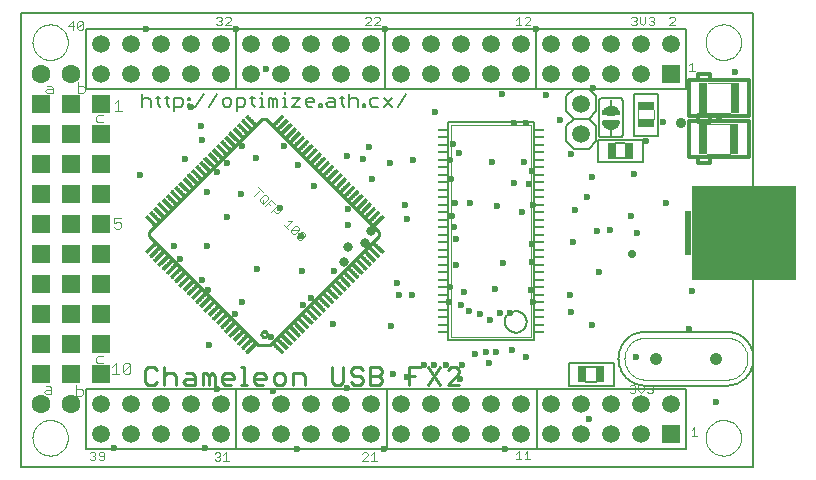
<source format=gbr>
G75*
G70*
%OFA0B0*%
%FSLAX24Y24*%
%IPPOS*%
%LPD*%
%AMOC8*
5,1,8,0,0,1.08239X$1,22.5*
%
%ADD10C,0.0079*%
%ADD11C,0.0110*%
%ADD12C,0.0080*%
%ADD13C,0.0000*%
%ADD14C,0.0059*%
%ADD15C,0.0040*%
%ADD16C,0.0060*%
%ADD17C,0.0020*%
%ADD18R,0.0330X0.0080*%
%ADD19C,0.0413*%
%ADD20R,0.0295X0.1024*%
%ADD21C,0.0120*%
%ADD22R,0.0571X0.0295*%
%ADD23R,0.0256X0.0551*%
%ADD24C,0.0591*%
%ADD25R,0.0200X0.0200*%
%ADD26C,0.0024*%
%ADD27C,0.0030*%
%ADD28C,0.0100*%
%ADD29R,0.0591X0.0591*%
%ADD30C,0.0050*%
%ADD31R,0.3504X0.3150*%
%ADD32R,0.0236X0.1496*%
%ADD33C,0.0236*%
%ADD34C,0.0276*%
%ADD35C,0.0315*%
%ADD36C,0.0354*%
%ADD37C,0.0630*%
D10*
X001824Y001340D02*
X026234Y001340D01*
X026234Y016498D01*
X001824Y016498D01*
X001824Y001340D01*
D11*
X005960Y004196D02*
X006058Y004097D01*
X006255Y004097D01*
X006354Y004196D01*
X006604Y004097D02*
X006604Y004688D01*
X006703Y004491D02*
X006900Y004491D01*
X006998Y004392D01*
X006998Y004097D01*
X007249Y004196D02*
X007347Y004294D01*
X007643Y004294D01*
X007643Y004392D02*
X007643Y004097D01*
X007347Y004097D01*
X007249Y004196D01*
X007544Y004491D02*
X007643Y004392D01*
X007544Y004491D02*
X007347Y004491D01*
X007894Y004491D02*
X007992Y004491D01*
X008090Y004392D01*
X008189Y004491D01*
X008287Y004392D01*
X008287Y004097D01*
X008090Y004097D02*
X008090Y004392D01*
X007894Y004491D02*
X007894Y004097D01*
X008538Y004196D02*
X008538Y004392D01*
X008636Y004491D01*
X008833Y004491D01*
X008932Y004392D01*
X008932Y004294D01*
X008538Y004294D01*
X008538Y004196D02*
X008636Y004097D01*
X008833Y004097D01*
X009183Y004097D02*
X009379Y004097D01*
X009281Y004097D02*
X009281Y004688D01*
X009183Y004688D01*
X009612Y004392D02*
X009711Y004491D01*
X009908Y004491D01*
X010006Y004392D01*
X010006Y004294D01*
X009612Y004294D01*
X009612Y004196D02*
X009612Y004392D01*
X009612Y004196D02*
X009711Y004097D01*
X009908Y004097D01*
X010257Y004196D02*
X010355Y004097D01*
X010552Y004097D01*
X010650Y004196D01*
X010650Y004392D01*
X010552Y004491D01*
X010355Y004491D01*
X010257Y004392D01*
X010257Y004196D01*
X010901Y004097D02*
X010901Y004491D01*
X011197Y004491D01*
X011295Y004392D01*
X011295Y004097D01*
X012190Y004196D02*
X012289Y004097D01*
X012486Y004097D01*
X012584Y004196D01*
X012584Y004688D01*
X012835Y004589D02*
X012835Y004491D01*
X012933Y004392D01*
X013130Y004392D01*
X013229Y004294D01*
X013229Y004196D01*
X013130Y004097D01*
X012933Y004097D01*
X012835Y004196D01*
X012835Y004589D02*
X012933Y004688D01*
X013130Y004688D01*
X013229Y004589D01*
X013479Y004688D02*
X013775Y004688D01*
X013873Y004589D01*
X013873Y004491D01*
X013775Y004392D01*
X013479Y004392D01*
X013775Y004392D02*
X013873Y004294D01*
X013873Y004196D01*
X013775Y004097D01*
X013479Y004097D01*
X013479Y004688D01*
X012190Y004688D02*
X012190Y004196D01*
X014769Y004097D02*
X014769Y004688D01*
X015162Y004688D01*
X015413Y004688D02*
X015807Y004097D01*
X016058Y004097D02*
X016451Y004491D01*
X016451Y004589D01*
X016353Y004688D01*
X016156Y004688D01*
X016058Y004589D01*
X015807Y004688D02*
X015413Y004097D01*
X014965Y004392D02*
X014769Y004392D01*
X016058Y004097D02*
X016451Y004097D01*
X006703Y004491D02*
X006604Y004392D01*
X006354Y004589D02*
X006255Y004688D01*
X006058Y004688D01*
X005960Y004589D01*
X005960Y004196D01*
D12*
X006950Y013227D02*
X006950Y013647D01*
X007160Y013647D01*
X007230Y013577D01*
X007230Y013437D01*
X007160Y013367D01*
X006950Y013367D01*
X006783Y013367D02*
X006713Y013437D01*
X006713Y013717D01*
X006643Y013647D02*
X006783Y013647D01*
X006476Y013647D02*
X006336Y013647D01*
X006406Y013717D02*
X006406Y013437D01*
X006476Y013367D01*
X006156Y013367D02*
X006156Y013577D01*
X006086Y013647D01*
X005946Y013647D01*
X005876Y013577D01*
X005876Y013787D02*
X005876Y013367D01*
X007410Y013367D02*
X007410Y013437D01*
X007480Y013437D01*
X007480Y013367D01*
X007410Y013367D01*
X007410Y013577D02*
X007410Y013647D01*
X007480Y013647D01*
X007480Y013577D01*
X007410Y013577D01*
X007640Y013367D02*
X007921Y013787D01*
X008101Y013367D02*
X008381Y013787D01*
X008561Y013577D02*
X008561Y013437D01*
X008631Y013367D01*
X008771Y013367D01*
X008841Y013437D01*
X008841Y013577D01*
X008771Y013647D01*
X008631Y013647D01*
X008561Y013577D01*
X009021Y013647D02*
X009021Y013227D01*
X009021Y013367D02*
X009232Y013367D01*
X009302Y013437D01*
X009302Y013577D01*
X009232Y013647D01*
X009021Y013647D01*
X009482Y013647D02*
X009622Y013647D01*
X009552Y013717D02*
X009552Y013437D01*
X009622Y013367D01*
X009789Y013367D02*
X009929Y013367D01*
X009859Y013367D02*
X009859Y013647D01*
X009789Y013647D01*
X009859Y013787D02*
X009859Y013857D01*
X010096Y013647D02*
X010166Y013647D01*
X010236Y013577D01*
X010306Y013647D01*
X010376Y013577D01*
X010376Y013367D01*
X010236Y013367D02*
X010236Y013577D01*
X010096Y013647D02*
X010096Y013367D01*
X010556Y013367D02*
X010696Y013367D01*
X010626Y013367D02*
X010626Y013647D01*
X010556Y013647D01*
X010626Y013787D02*
X010626Y013857D01*
X010863Y013647D02*
X011143Y013647D01*
X010863Y013367D01*
X011143Y013367D01*
X011323Y013437D02*
X011323Y013577D01*
X011393Y013647D01*
X011533Y013647D01*
X011603Y013577D01*
X011603Y013507D01*
X011323Y013507D01*
X011323Y013437D02*
X011393Y013367D01*
X011533Y013367D01*
X011784Y013367D02*
X011854Y013367D01*
X011854Y013437D01*
X011784Y013437D01*
X011784Y013367D01*
X012014Y013437D02*
X012084Y013507D01*
X012294Y013507D01*
X012294Y013577D02*
X012294Y013367D01*
X012084Y013367D01*
X012014Y013437D01*
X012224Y013647D02*
X012294Y013577D01*
X012224Y013647D02*
X012084Y013647D01*
X012474Y013647D02*
X012614Y013647D01*
X012544Y013717D02*
X012544Y013437D01*
X012614Y013367D01*
X012781Y013367D02*
X012781Y013787D01*
X012851Y013647D02*
X012781Y013577D01*
X012851Y013647D02*
X012991Y013647D01*
X013061Y013577D01*
X013061Y013367D01*
X013241Y013367D02*
X013311Y013367D01*
X013311Y013437D01*
X013241Y013437D01*
X013241Y013367D01*
X013471Y013437D02*
X013471Y013577D01*
X013542Y013647D01*
X013752Y013647D01*
X013932Y013647D02*
X014212Y013367D01*
X014392Y013367D02*
X014672Y013787D01*
X014212Y013647D02*
X013932Y013367D01*
X013752Y013367D02*
X013542Y013367D01*
X013471Y013437D01*
D13*
X002218Y015514D02*
X002220Y015568D01*
X002228Y015621D01*
X002240Y015673D01*
X002257Y015725D01*
X002278Y015774D01*
X002304Y015821D01*
X002334Y015866D01*
X002368Y015907D01*
X002406Y015946D01*
X002447Y015981D01*
X002491Y016012D01*
X002537Y016039D01*
X002586Y016061D01*
X002637Y016079D01*
X002689Y016093D01*
X002742Y016101D01*
X002796Y016105D01*
X002849Y016104D01*
X002903Y016098D01*
X002955Y016087D01*
X003007Y016071D01*
X003057Y016051D01*
X003104Y016026D01*
X003150Y015997D01*
X003192Y015964D01*
X003232Y015927D01*
X003267Y015887D01*
X003299Y015844D01*
X003327Y015798D01*
X003351Y015749D01*
X003370Y015699D01*
X003385Y015647D01*
X003394Y015594D01*
X003399Y015541D01*
X003399Y015487D01*
X003394Y015434D01*
X003385Y015381D01*
X003370Y015329D01*
X003351Y015279D01*
X003327Y015230D01*
X003299Y015184D01*
X003267Y015141D01*
X003232Y015101D01*
X003192Y015064D01*
X003150Y015031D01*
X003105Y015002D01*
X003057Y014977D01*
X003007Y014957D01*
X002955Y014941D01*
X002903Y014930D01*
X002849Y014924D01*
X002796Y014923D01*
X002742Y014927D01*
X002689Y014935D01*
X002637Y014949D01*
X002586Y014967D01*
X002537Y014989D01*
X002491Y015016D01*
X002447Y015047D01*
X002406Y015082D01*
X002368Y015121D01*
X002334Y015162D01*
X002304Y015207D01*
X002278Y015254D01*
X002257Y015303D01*
X002240Y015355D01*
X002228Y015407D01*
X002220Y015460D01*
X002218Y015514D01*
X002218Y002325D02*
X002220Y002379D01*
X002228Y002432D01*
X002240Y002484D01*
X002257Y002536D01*
X002278Y002585D01*
X002304Y002632D01*
X002334Y002677D01*
X002368Y002718D01*
X002406Y002757D01*
X002447Y002792D01*
X002491Y002823D01*
X002537Y002850D01*
X002586Y002872D01*
X002637Y002890D01*
X002689Y002904D01*
X002742Y002912D01*
X002796Y002916D01*
X002849Y002915D01*
X002903Y002909D01*
X002955Y002898D01*
X003007Y002882D01*
X003057Y002862D01*
X003104Y002837D01*
X003150Y002808D01*
X003192Y002775D01*
X003232Y002738D01*
X003267Y002698D01*
X003299Y002655D01*
X003327Y002609D01*
X003351Y002560D01*
X003370Y002510D01*
X003385Y002458D01*
X003394Y002405D01*
X003399Y002352D01*
X003399Y002298D01*
X003394Y002245D01*
X003385Y002192D01*
X003370Y002140D01*
X003351Y002090D01*
X003327Y002041D01*
X003299Y001995D01*
X003267Y001952D01*
X003232Y001912D01*
X003192Y001875D01*
X003150Y001842D01*
X003105Y001813D01*
X003057Y001788D01*
X003007Y001768D01*
X002955Y001752D01*
X002903Y001741D01*
X002849Y001735D01*
X002796Y001734D01*
X002742Y001738D01*
X002689Y001746D01*
X002637Y001760D01*
X002586Y001778D01*
X002537Y001800D01*
X002491Y001827D01*
X002447Y001858D01*
X002406Y001893D01*
X002368Y001932D01*
X002334Y001973D01*
X002304Y002018D01*
X002278Y002065D01*
X002257Y002114D01*
X002240Y002166D01*
X002228Y002218D01*
X002220Y002271D01*
X002218Y002325D01*
X024307Y008279D02*
X024309Y008306D01*
X024315Y008332D01*
X024325Y008358D01*
X024339Y008381D01*
X024356Y008402D01*
X024377Y008420D01*
X024399Y008434D01*
X024424Y008446D01*
X024450Y008453D01*
X024477Y008456D01*
X024504Y008455D01*
X024531Y008450D01*
X024556Y008441D01*
X024580Y008428D01*
X024602Y008411D01*
X024621Y008392D01*
X024636Y008369D01*
X024648Y008345D01*
X024656Y008319D01*
X024660Y008293D01*
X024660Y008265D01*
X024656Y008239D01*
X024648Y008213D01*
X024636Y008189D01*
X024621Y008166D01*
X024602Y008147D01*
X024580Y008130D01*
X024556Y008117D01*
X024531Y008108D01*
X024504Y008103D01*
X024477Y008102D01*
X024450Y008105D01*
X024424Y008112D01*
X024399Y008124D01*
X024377Y008138D01*
X024356Y008156D01*
X024339Y008177D01*
X024325Y008200D01*
X024315Y008226D01*
X024309Y008252D01*
X024307Y008279D01*
X024307Y010012D02*
X024309Y010039D01*
X024315Y010065D01*
X024325Y010091D01*
X024339Y010114D01*
X024356Y010135D01*
X024377Y010153D01*
X024399Y010167D01*
X024424Y010179D01*
X024450Y010186D01*
X024477Y010189D01*
X024504Y010188D01*
X024531Y010183D01*
X024556Y010174D01*
X024580Y010161D01*
X024602Y010144D01*
X024621Y010125D01*
X024636Y010102D01*
X024648Y010078D01*
X024656Y010052D01*
X024660Y010026D01*
X024660Y009998D01*
X024656Y009972D01*
X024648Y009946D01*
X024636Y009922D01*
X024621Y009899D01*
X024602Y009880D01*
X024580Y009863D01*
X024556Y009850D01*
X024531Y009841D01*
X024504Y009836D01*
X024477Y009835D01*
X024450Y009838D01*
X024424Y009845D01*
X024399Y009857D01*
X024377Y009871D01*
X024356Y009889D01*
X024339Y009910D01*
X024325Y009933D01*
X024315Y009959D01*
X024309Y009985D01*
X024307Y010012D01*
X024658Y015514D02*
X024660Y015568D01*
X024668Y015621D01*
X024680Y015673D01*
X024697Y015725D01*
X024718Y015774D01*
X024744Y015821D01*
X024774Y015866D01*
X024808Y015907D01*
X024846Y015946D01*
X024887Y015981D01*
X024931Y016012D01*
X024977Y016039D01*
X025026Y016061D01*
X025077Y016079D01*
X025129Y016093D01*
X025182Y016101D01*
X025236Y016105D01*
X025289Y016104D01*
X025343Y016098D01*
X025395Y016087D01*
X025447Y016071D01*
X025497Y016051D01*
X025544Y016026D01*
X025590Y015997D01*
X025632Y015964D01*
X025672Y015927D01*
X025707Y015887D01*
X025739Y015844D01*
X025767Y015798D01*
X025791Y015749D01*
X025810Y015699D01*
X025825Y015647D01*
X025834Y015594D01*
X025839Y015541D01*
X025839Y015487D01*
X025834Y015434D01*
X025825Y015381D01*
X025810Y015329D01*
X025791Y015279D01*
X025767Y015230D01*
X025739Y015184D01*
X025707Y015141D01*
X025672Y015101D01*
X025632Y015064D01*
X025590Y015031D01*
X025545Y015002D01*
X025497Y014977D01*
X025447Y014957D01*
X025395Y014941D01*
X025343Y014930D01*
X025289Y014924D01*
X025236Y014923D01*
X025182Y014927D01*
X025129Y014935D01*
X025077Y014949D01*
X025026Y014967D01*
X024977Y014989D01*
X024931Y015016D01*
X024887Y015047D01*
X024846Y015082D01*
X024808Y015121D01*
X024774Y015162D01*
X024744Y015207D01*
X024718Y015254D01*
X024697Y015303D01*
X024680Y015355D01*
X024668Y015407D01*
X024660Y015460D01*
X024658Y015514D01*
X024658Y002325D02*
X024660Y002379D01*
X024668Y002432D01*
X024680Y002484D01*
X024697Y002536D01*
X024718Y002585D01*
X024744Y002632D01*
X024774Y002677D01*
X024808Y002718D01*
X024846Y002757D01*
X024887Y002792D01*
X024931Y002823D01*
X024977Y002850D01*
X025026Y002872D01*
X025077Y002890D01*
X025129Y002904D01*
X025182Y002912D01*
X025236Y002916D01*
X025289Y002915D01*
X025343Y002909D01*
X025395Y002898D01*
X025447Y002882D01*
X025497Y002862D01*
X025544Y002837D01*
X025590Y002808D01*
X025632Y002775D01*
X025672Y002738D01*
X025707Y002698D01*
X025739Y002655D01*
X025767Y002609D01*
X025791Y002560D01*
X025810Y002510D01*
X025825Y002458D01*
X025834Y002405D01*
X025839Y002352D01*
X025839Y002298D01*
X025834Y002245D01*
X025825Y002192D01*
X025810Y002140D01*
X025791Y002090D01*
X025767Y002041D01*
X025739Y001995D01*
X025707Y001952D01*
X025672Y001912D01*
X025632Y001875D01*
X025590Y001842D01*
X025545Y001813D01*
X025497Y001788D01*
X025447Y001768D01*
X025395Y001752D01*
X025343Y001741D01*
X025289Y001735D01*
X025236Y001734D01*
X025182Y001738D01*
X025129Y001746D01*
X025077Y001760D01*
X025026Y001778D01*
X024977Y001800D01*
X024931Y001827D01*
X024887Y001858D01*
X024846Y001893D01*
X024808Y001932D01*
X024774Y001973D01*
X024744Y002018D01*
X024718Y002065D01*
X024697Y002114D01*
X024680Y002166D01*
X024668Y002218D01*
X024660Y002271D01*
X024658Y002325D01*
D14*
X021592Y004064D02*
X021592Y004814D01*
X020092Y004814D01*
X020092Y004064D01*
X021592Y004064D01*
X019049Y003949D02*
X019049Y001980D01*
X014029Y001980D02*
X014029Y003949D01*
X009009Y003949D02*
X009009Y001980D01*
X021064Y011515D02*
X022564Y011515D01*
X022564Y012265D01*
X021064Y012265D01*
X021064Y011515D01*
X022267Y012390D02*
X022267Y013790D01*
X023067Y013790D01*
X023067Y012390D01*
X022267Y012390D01*
X018999Y013988D02*
X018999Y015957D01*
X013980Y015957D02*
X013980Y013988D01*
X009009Y013988D02*
X009009Y015957D01*
D15*
X008822Y016075D02*
X008635Y016075D01*
X008822Y016262D01*
X008822Y016309D01*
X008775Y016355D01*
X008682Y016355D01*
X008635Y016309D01*
X008527Y016309D02*
X008480Y016355D01*
X008387Y016355D01*
X008340Y016309D01*
X008434Y016215D02*
X008480Y016215D01*
X008527Y016168D01*
X008527Y016122D01*
X008480Y016075D01*
X008387Y016075D01*
X008340Y016122D01*
X008480Y016215D02*
X008527Y016262D01*
X008527Y016309D01*
X005075Y013591D02*
X004954Y013471D01*
X005075Y013591D02*
X005075Y013231D01*
X005195Y013231D02*
X004954Y013231D01*
X004584Y013077D02*
X004404Y013077D01*
X004344Y013017D01*
X004344Y012897D01*
X004404Y012837D01*
X004584Y012837D01*
X003914Y013821D02*
X003734Y013821D01*
X003734Y014181D01*
X003734Y014061D02*
X003914Y014061D01*
X003974Y014001D01*
X003974Y013881D01*
X003914Y013821D01*
X002892Y013821D02*
X002711Y013821D01*
X002651Y013881D01*
X002711Y013941D01*
X002892Y013941D01*
X002892Y014001D02*
X002892Y013821D01*
X002892Y014001D02*
X002831Y014061D01*
X002711Y014061D01*
X003559Y015927D02*
X003559Y016208D01*
X003419Y016068D01*
X003606Y016068D01*
X003714Y016161D02*
X003760Y016208D01*
X003854Y016208D01*
X003901Y016161D01*
X003714Y015974D01*
X003760Y015927D01*
X003854Y015927D01*
X003901Y015974D01*
X003901Y016161D01*
X003714Y016161D02*
X003714Y015974D01*
X013311Y016075D02*
X013498Y016262D01*
X013498Y016309D01*
X013451Y016355D01*
X013357Y016355D01*
X013311Y016309D01*
X013311Y016075D02*
X013498Y016075D01*
X013605Y016075D02*
X013792Y016262D01*
X013792Y016309D01*
X013746Y016355D01*
X013652Y016355D01*
X013605Y016309D01*
X013605Y016075D02*
X013792Y016075D01*
X018330Y016075D02*
X018517Y016075D01*
X018424Y016075D02*
X018424Y016355D01*
X018330Y016262D01*
X018625Y016309D02*
X018672Y016355D01*
X018765Y016355D01*
X018812Y016309D01*
X018812Y016262D01*
X018625Y016075D01*
X018812Y016075D01*
X022169Y016122D02*
X022216Y016075D01*
X022309Y016075D01*
X022356Y016122D01*
X022356Y016168D01*
X022309Y016215D01*
X022262Y016215D01*
X022309Y016215D02*
X022356Y016262D01*
X022356Y016309D01*
X022309Y016355D01*
X022216Y016355D01*
X022169Y016309D01*
X022464Y016355D02*
X022464Y016168D01*
X022557Y016075D01*
X022651Y016168D01*
X022651Y016355D01*
X022758Y016309D02*
X022805Y016355D01*
X022898Y016355D01*
X022945Y016309D01*
X022945Y016262D01*
X022898Y016215D01*
X022945Y016168D01*
X022945Y016122D01*
X022898Y016075D01*
X022805Y016075D01*
X022758Y016122D01*
X022852Y016215D02*
X022898Y016215D01*
X023449Y016309D02*
X023495Y016355D01*
X023589Y016355D01*
X023635Y016309D01*
X023635Y016262D01*
X023449Y016075D01*
X023635Y016075D01*
X024211Y014830D02*
X024118Y014736D01*
X024211Y014830D02*
X024211Y014549D01*
X024118Y014549D02*
X024305Y014549D01*
X024720Y014149D02*
X025480Y014149D01*
X025480Y013169D02*
X024720Y013169D01*
X024710Y012775D02*
X025470Y012775D01*
X025470Y011795D02*
X024710Y011795D01*
X022927Y012950D02*
X022927Y013240D01*
X022407Y013240D02*
X022407Y012940D01*
X022414Y004101D02*
X022414Y003914D01*
X022508Y003821D01*
X022601Y003914D01*
X022601Y004101D01*
X022709Y004055D02*
X022756Y004101D01*
X022849Y004101D01*
X022896Y004055D01*
X022896Y004008D01*
X022849Y003961D01*
X022896Y003914D01*
X022896Y003868D01*
X022849Y003821D01*
X022756Y003821D01*
X022709Y003868D01*
X022803Y003961D02*
X022849Y003961D01*
X022307Y003914D02*
X022307Y003868D01*
X022260Y003821D01*
X022167Y003821D01*
X022120Y003868D01*
X022213Y003961D02*
X022260Y003961D01*
X022307Y003914D01*
X022260Y003961D02*
X022307Y004008D01*
X022307Y004055D01*
X022260Y004101D01*
X022167Y004101D01*
X022120Y004055D01*
X024187Y002581D02*
X024280Y002674D01*
X024280Y002394D01*
X024187Y002394D02*
X024374Y002394D01*
X018812Y001607D02*
X018625Y001607D01*
X018719Y001607D02*
X018719Y001887D01*
X018625Y001793D01*
X018424Y001887D02*
X018424Y001607D01*
X018517Y001607D02*
X018330Y001607D01*
X018330Y001793D02*
X018424Y001887D01*
X013694Y001557D02*
X013507Y001557D01*
X013600Y001557D02*
X013600Y001838D01*
X013507Y001744D01*
X013399Y001744D02*
X013399Y001791D01*
X013352Y001838D01*
X013259Y001838D01*
X013212Y001791D01*
X013399Y001744D02*
X013212Y001557D01*
X013399Y001557D01*
X008773Y001557D02*
X008586Y001557D01*
X008679Y001557D02*
X008679Y001838D01*
X008586Y001744D01*
X008478Y001744D02*
X008431Y001697D01*
X008478Y001651D01*
X008478Y001604D01*
X008431Y001557D01*
X008338Y001557D01*
X008291Y001604D01*
X008384Y001697D02*
X008431Y001697D01*
X008478Y001744D02*
X008478Y001791D01*
X008431Y001838D01*
X008338Y001838D01*
X008291Y001791D01*
X004609Y001811D02*
X004609Y001624D01*
X004562Y001577D01*
X004469Y001577D01*
X004422Y001624D01*
X004469Y001717D02*
X004422Y001764D01*
X004422Y001811D01*
X004469Y001857D01*
X004562Y001857D01*
X004609Y001811D01*
X004609Y001717D02*
X004469Y001717D01*
X004315Y001670D02*
X004315Y001624D01*
X004268Y001577D01*
X004174Y001577D01*
X004128Y001624D01*
X004221Y001717D02*
X004268Y001717D01*
X004315Y001670D01*
X004268Y001717D02*
X004315Y001764D01*
X004315Y001811D01*
X004268Y001857D01*
X004174Y001857D01*
X004128Y001811D01*
X003835Y003723D02*
X003895Y003783D01*
X003895Y003903D01*
X003835Y003963D01*
X003655Y003963D01*
X003655Y004083D02*
X003655Y003723D01*
X003835Y003723D01*
X002852Y003801D02*
X002672Y003801D01*
X002612Y003861D01*
X002672Y003921D01*
X002852Y003921D01*
X002852Y003982D02*
X002852Y003801D01*
X002852Y003982D02*
X002792Y004042D01*
X002672Y004042D01*
X004344Y004865D02*
X004404Y004805D01*
X004584Y004805D01*
X004344Y004865D02*
X004344Y004985D01*
X004404Y005046D01*
X004584Y005046D01*
X004876Y004691D02*
X004996Y004811D01*
X004996Y004451D01*
X004876Y004451D02*
X005116Y004451D01*
X005244Y004511D02*
X005484Y004751D01*
X005484Y004511D01*
X005424Y004451D01*
X005304Y004451D01*
X005244Y004511D01*
X005244Y004751D01*
X005304Y004811D01*
X005424Y004811D01*
X005484Y004751D01*
X005115Y009294D02*
X004995Y009294D01*
X004935Y009354D01*
X004935Y009474D02*
X005055Y009534D01*
X005115Y009534D01*
X005175Y009474D01*
X005175Y009354D01*
X005115Y009294D01*
X004935Y009474D02*
X004935Y009654D01*
X005175Y009654D01*
D16*
X016078Y012841D02*
X016078Y005590D01*
X018929Y005590D01*
X018929Y012841D01*
X016078Y012841D01*
X020007Y012715D02*
X020007Y012215D01*
X020257Y011965D01*
X020757Y011965D01*
X021007Y012215D01*
X021007Y012715D01*
X020757Y012965D01*
X021007Y013215D01*
X021007Y013715D01*
X020757Y013965D01*
X020257Y013965D01*
X020007Y013715D01*
X020007Y013215D01*
X020257Y012965D01*
X020757Y012965D01*
X020257Y012965D02*
X020007Y012715D01*
X021101Y012444D02*
X021101Y013544D01*
X021103Y013564D01*
X021109Y013582D01*
X021118Y013600D01*
X021130Y013615D01*
X021145Y013627D01*
X021163Y013636D01*
X021181Y013642D01*
X021201Y013644D01*
X021801Y013644D01*
X021821Y013642D01*
X021839Y013636D01*
X021857Y013627D01*
X021872Y013615D01*
X021884Y013600D01*
X021893Y013582D01*
X021899Y013564D01*
X021901Y013544D01*
X021901Y012444D01*
X021899Y012424D01*
X021893Y012406D01*
X021884Y012388D01*
X021872Y012373D01*
X021857Y012361D01*
X021839Y012352D01*
X021821Y012346D01*
X021801Y012344D01*
X021201Y012344D01*
X021181Y012346D01*
X021163Y012352D01*
X021145Y012361D01*
X021130Y012373D01*
X021118Y012388D01*
X021109Y012406D01*
X021103Y012424D01*
X021101Y012444D01*
X021501Y012394D02*
X021501Y012594D01*
X021653Y012140D02*
X021976Y012140D01*
X021976Y011640D02*
X021653Y011640D01*
X021501Y013394D02*
X021501Y013594D01*
X017968Y006190D02*
X017970Y006228D01*
X017976Y006266D01*
X017986Y006303D01*
X018000Y006339D01*
X018018Y006373D01*
X018039Y006405D01*
X018063Y006434D01*
X018091Y006461D01*
X018121Y006485D01*
X018154Y006505D01*
X018188Y006522D01*
X018224Y006535D01*
X018261Y006544D01*
X018299Y006549D01*
X018338Y006550D01*
X018376Y006547D01*
X018413Y006540D01*
X018450Y006529D01*
X018485Y006514D01*
X018519Y006495D01*
X018550Y006473D01*
X018579Y006448D01*
X018605Y006420D01*
X018628Y006389D01*
X018647Y006356D01*
X018663Y006321D01*
X018675Y006285D01*
X018683Y006247D01*
X018687Y006209D01*
X018687Y006171D01*
X018683Y006133D01*
X018675Y006095D01*
X018663Y006059D01*
X018647Y006024D01*
X018628Y005991D01*
X018605Y005960D01*
X018579Y005932D01*
X018550Y005907D01*
X018519Y005885D01*
X018485Y005866D01*
X018450Y005851D01*
X018413Y005840D01*
X018376Y005833D01*
X018338Y005830D01*
X018299Y005831D01*
X018261Y005836D01*
X018224Y005845D01*
X018188Y005858D01*
X018154Y005875D01*
X018121Y005895D01*
X018091Y005919D01*
X018063Y005946D01*
X018039Y005975D01*
X018018Y006007D01*
X018000Y006041D01*
X017986Y006077D01*
X017976Y006114D01*
X017970Y006152D01*
X017968Y006190D01*
X020681Y004689D02*
X021003Y004689D01*
X021003Y004189D02*
X020681Y004189D01*
X022653Y004065D02*
X025353Y004065D01*
X025412Y004067D01*
X025470Y004073D01*
X025529Y004082D01*
X025586Y004096D01*
X025642Y004113D01*
X025697Y004134D01*
X025751Y004158D01*
X025803Y004186D01*
X025853Y004217D01*
X025901Y004251D01*
X025946Y004288D01*
X025989Y004329D01*
X026030Y004372D01*
X026067Y004417D01*
X026101Y004465D01*
X026132Y004515D01*
X026160Y004567D01*
X026184Y004621D01*
X026205Y004676D01*
X026222Y004732D01*
X026236Y004789D01*
X026245Y004848D01*
X026251Y004906D01*
X026253Y004965D01*
X026251Y005024D01*
X026245Y005082D01*
X026236Y005141D01*
X026222Y005198D01*
X026205Y005254D01*
X026184Y005309D01*
X026160Y005363D01*
X026132Y005415D01*
X026101Y005465D01*
X026067Y005513D01*
X026030Y005558D01*
X025989Y005601D01*
X025946Y005642D01*
X025901Y005679D01*
X025853Y005713D01*
X025803Y005744D01*
X025751Y005772D01*
X025697Y005796D01*
X025642Y005817D01*
X025586Y005834D01*
X025529Y005848D01*
X025470Y005857D01*
X025412Y005863D01*
X025353Y005865D01*
X022653Y005865D01*
X022594Y005863D01*
X022536Y005857D01*
X022477Y005848D01*
X022420Y005834D01*
X022364Y005817D01*
X022309Y005796D01*
X022255Y005772D01*
X022203Y005744D01*
X022153Y005713D01*
X022105Y005679D01*
X022060Y005642D01*
X022017Y005601D01*
X021976Y005558D01*
X021939Y005513D01*
X021905Y005465D01*
X021874Y005415D01*
X021846Y005363D01*
X021822Y005309D01*
X021801Y005254D01*
X021784Y005198D01*
X021770Y005141D01*
X021761Y005082D01*
X021755Y005024D01*
X021753Y004965D01*
X021755Y004906D01*
X021761Y004848D01*
X021770Y004789D01*
X021784Y004732D01*
X021801Y004676D01*
X021822Y004621D01*
X021846Y004567D01*
X021874Y004515D01*
X021905Y004465D01*
X021939Y004417D01*
X021976Y004372D01*
X022017Y004329D01*
X022060Y004288D01*
X022105Y004251D01*
X022153Y004217D01*
X022203Y004186D01*
X022255Y004158D01*
X022309Y004134D01*
X022364Y004113D01*
X022420Y004096D01*
X022477Y004082D01*
X022536Y004073D01*
X022594Y004067D01*
X022653Y004065D01*
D17*
X022653Y004265D02*
X025353Y004265D01*
X025405Y004267D01*
X025457Y004273D01*
X025509Y004283D01*
X025559Y004296D01*
X025609Y004313D01*
X025657Y004334D01*
X025703Y004359D01*
X025747Y004387D01*
X025789Y004418D01*
X025829Y004452D01*
X025866Y004489D01*
X025900Y004529D01*
X025931Y004571D01*
X025959Y004615D01*
X025984Y004661D01*
X026005Y004709D01*
X026022Y004759D01*
X026035Y004809D01*
X026045Y004861D01*
X026051Y004913D01*
X026053Y004965D01*
X026051Y005017D01*
X026045Y005069D01*
X026035Y005121D01*
X026022Y005171D01*
X026005Y005221D01*
X025984Y005269D01*
X025959Y005315D01*
X025931Y005359D01*
X025900Y005401D01*
X025866Y005441D01*
X025829Y005478D01*
X025789Y005512D01*
X025747Y005543D01*
X025703Y005571D01*
X025657Y005596D01*
X025609Y005617D01*
X025559Y005634D01*
X025509Y005647D01*
X025457Y005657D01*
X025405Y005663D01*
X025353Y005665D01*
X022653Y005665D01*
X022601Y005663D01*
X022549Y005657D01*
X022497Y005647D01*
X022447Y005634D01*
X022397Y005617D01*
X022349Y005596D01*
X022303Y005571D01*
X022259Y005543D01*
X022217Y005512D01*
X022177Y005478D01*
X022140Y005441D01*
X022106Y005401D01*
X022075Y005359D01*
X022047Y005315D01*
X022022Y005269D01*
X022001Y005221D01*
X021984Y005171D01*
X021971Y005121D01*
X021961Y005069D01*
X021955Y005017D01*
X021953Y004965D01*
X021955Y004913D01*
X021961Y004861D01*
X021971Y004809D01*
X021984Y004759D01*
X022001Y004709D01*
X022022Y004661D01*
X022047Y004615D01*
X022075Y004571D01*
X022106Y004529D01*
X022140Y004489D01*
X022177Y004452D01*
X022217Y004418D01*
X022259Y004387D01*
X022303Y004359D01*
X022349Y004334D01*
X022397Y004313D01*
X022447Y004296D01*
X022497Y004283D01*
X022549Y004273D01*
X022601Y004267D01*
X022653Y004265D01*
X018829Y005690D02*
X016178Y005690D01*
X016178Y012741D01*
X018829Y012741D01*
X018829Y005690D01*
D18*
X019113Y005840D03*
X019113Y006090D03*
X019113Y006340D03*
X019113Y006590D03*
X019113Y006840D03*
X019113Y007090D03*
X019113Y007090D03*
X019113Y007340D03*
X019113Y007590D03*
X019113Y007840D03*
X019113Y008090D03*
X019113Y008090D03*
X019113Y008340D03*
X019113Y008590D03*
X019113Y008840D03*
X019113Y009090D03*
X019113Y009090D03*
X019113Y009340D03*
X019113Y009590D03*
X019113Y009840D03*
X019113Y009840D03*
X019113Y010090D03*
X019113Y010340D03*
X019113Y010590D03*
X019113Y010840D03*
X019113Y010840D03*
X019113Y011090D03*
X019113Y011340D03*
X019113Y011590D03*
X019113Y011840D03*
X019113Y011840D03*
X019113Y012090D03*
X019113Y012340D03*
X019113Y012590D03*
X015893Y012590D03*
X015893Y012340D03*
X015893Y012090D03*
X015893Y011840D03*
X015893Y011590D03*
X015893Y011340D03*
X015893Y011340D03*
X015893Y011090D03*
X015893Y010840D03*
X015893Y010590D03*
X015893Y010340D03*
X015893Y010340D03*
X015893Y010090D03*
X015893Y009840D03*
X015893Y009590D03*
X015893Y009340D03*
X015893Y009340D03*
X015893Y009090D03*
X015893Y008840D03*
X015893Y008590D03*
X015893Y008340D03*
X015893Y008340D03*
X015893Y008090D03*
X015893Y007840D03*
X015893Y007590D03*
X015893Y007340D03*
X015893Y007340D03*
X015893Y007090D03*
X015893Y006840D03*
X015893Y006590D03*
X015893Y006340D03*
X015893Y006090D03*
X015893Y005840D03*
D19*
X023003Y004965D03*
X025003Y004965D03*
D20*
X024568Y012287D03*
X025612Y012284D03*
X025622Y013658D03*
X024578Y013661D03*
D21*
X024400Y014259D02*
X024100Y014259D01*
X024100Y013059D01*
X024400Y013059D01*
X024400Y012859D01*
X024800Y012859D01*
X024800Y013059D01*
X026100Y013059D01*
X026100Y014259D01*
X024800Y014259D01*
X024800Y014459D01*
X024400Y014459D01*
X024400Y014259D01*
X024800Y014259D01*
X024790Y013085D02*
X024390Y013085D01*
X024390Y012885D01*
X024090Y012885D01*
X024090Y011685D01*
X024390Y011685D01*
X024390Y011485D01*
X024790Y011485D01*
X024790Y011685D01*
X026090Y011685D01*
X026090Y012885D01*
X024790Y012885D01*
X024790Y013085D01*
X024800Y013059D02*
X024400Y013059D01*
X024390Y012885D02*
X024790Y012885D01*
X024790Y011685D02*
X024390Y011685D01*
D22*
X022666Y012808D03*
X022666Y013378D03*
D23*
X022106Y011889D03*
X021526Y011889D03*
X021130Y004439D03*
X020550Y004439D03*
D24*
X020503Y003465D03*
X019503Y003465D03*
X018503Y003465D03*
X017503Y003465D03*
X016503Y003465D03*
X015503Y003465D03*
X014503Y003465D03*
X013503Y003465D03*
X012503Y003465D03*
X011503Y003465D03*
X010503Y003465D03*
X009503Y003465D03*
X008503Y003465D03*
X007503Y003465D03*
X006503Y003465D03*
X005503Y003465D03*
X004503Y003465D03*
X004503Y002465D03*
X005503Y002465D03*
X006503Y002465D03*
X007503Y002465D03*
X008503Y002465D03*
X009503Y002465D03*
X010503Y002465D03*
X011503Y002465D03*
X012503Y002465D03*
X013503Y002465D03*
X014503Y002465D03*
X015503Y002465D03*
X016503Y002465D03*
X017503Y002465D03*
X018503Y002465D03*
X019503Y002465D03*
X020503Y002465D03*
X021503Y002465D03*
X022503Y002465D03*
X022503Y003465D03*
X021503Y003465D03*
X023503Y003465D03*
X020507Y012465D03*
X020507Y013465D03*
X020503Y014465D03*
X019503Y014465D03*
X018503Y014465D03*
X017503Y014465D03*
X016503Y014465D03*
X015503Y014465D03*
X014503Y014465D03*
X013503Y014465D03*
X012503Y014465D03*
X011503Y014465D03*
X010503Y014465D03*
X009503Y014465D03*
X008503Y014465D03*
X007503Y014465D03*
X006503Y014465D03*
X005503Y014465D03*
X004503Y014465D03*
X004503Y015465D03*
X005503Y015465D03*
X006503Y015465D03*
X007503Y015465D03*
X008503Y015465D03*
X009503Y015465D03*
X010503Y015465D03*
X011503Y015465D03*
X012503Y015465D03*
X013503Y015465D03*
X014503Y015465D03*
X015503Y015465D03*
X016503Y015465D03*
X017503Y015465D03*
X018503Y015465D03*
X019503Y015465D03*
X020503Y015465D03*
X021503Y015465D03*
X022503Y015465D03*
X023503Y015465D03*
X022503Y014465D03*
X021503Y014465D03*
D25*
X020507Y013465D03*
X020507Y012465D03*
D26*
X013921Y009685D02*
X013854Y009752D01*
X013921Y009685D02*
X013648Y009412D01*
X013581Y009479D01*
X013854Y009752D01*
X013671Y009435D02*
X013625Y009435D01*
X013602Y009458D02*
X013694Y009458D01*
X013717Y009481D02*
X013583Y009481D01*
X013606Y009504D02*
X013740Y009504D01*
X013763Y009527D02*
X013629Y009527D01*
X013652Y009550D02*
X013786Y009550D01*
X013809Y009573D02*
X013675Y009573D01*
X013698Y009596D02*
X013832Y009596D01*
X013855Y009619D02*
X013721Y009619D01*
X013744Y009642D02*
X013878Y009642D01*
X013901Y009665D02*
X013767Y009665D01*
X013790Y009688D02*
X013918Y009688D01*
X013895Y009711D02*
X013813Y009711D01*
X013836Y009734D02*
X013872Y009734D01*
X013782Y009825D02*
X013715Y009892D01*
X013782Y009825D02*
X013509Y009552D01*
X013442Y009619D01*
X013715Y009892D01*
X013532Y009575D02*
X013486Y009575D01*
X013463Y009598D02*
X013555Y009598D01*
X013578Y009621D02*
X013444Y009621D01*
X013467Y009644D02*
X013601Y009644D01*
X013624Y009667D02*
X013490Y009667D01*
X013513Y009690D02*
X013647Y009690D01*
X013670Y009713D02*
X013536Y009713D01*
X013559Y009736D02*
X013693Y009736D01*
X013716Y009759D02*
X013582Y009759D01*
X013605Y009782D02*
X013739Y009782D01*
X013762Y009805D02*
X013628Y009805D01*
X013651Y009828D02*
X013779Y009828D01*
X013756Y009851D02*
X013674Y009851D01*
X013697Y009874D02*
X013733Y009874D01*
X013643Y009964D02*
X013576Y010031D01*
X013643Y009964D02*
X013370Y009691D01*
X013303Y009758D01*
X013576Y010031D01*
X013393Y009714D02*
X013347Y009714D01*
X013324Y009737D02*
X013416Y009737D01*
X013439Y009760D02*
X013305Y009760D01*
X013328Y009783D02*
X013462Y009783D01*
X013485Y009806D02*
X013351Y009806D01*
X013374Y009829D02*
X013508Y009829D01*
X013531Y009852D02*
X013397Y009852D01*
X013420Y009875D02*
X013554Y009875D01*
X013577Y009898D02*
X013443Y009898D01*
X013466Y009921D02*
X013600Y009921D01*
X013623Y009944D02*
X013489Y009944D01*
X013512Y009967D02*
X013640Y009967D01*
X013617Y009990D02*
X013535Y009990D01*
X013558Y010013D02*
X013594Y010013D01*
X013504Y010103D02*
X013437Y010170D01*
X013504Y010103D02*
X013231Y009830D01*
X013164Y009897D01*
X013437Y010170D01*
X013254Y009853D02*
X013208Y009853D01*
X013185Y009876D02*
X013277Y009876D01*
X013300Y009899D02*
X013166Y009899D01*
X013189Y009922D02*
X013323Y009922D01*
X013346Y009945D02*
X013212Y009945D01*
X013235Y009968D02*
X013369Y009968D01*
X013392Y009991D02*
X013258Y009991D01*
X013281Y010014D02*
X013415Y010014D01*
X013438Y010037D02*
X013304Y010037D01*
X013327Y010060D02*
X013461Y010060D01*
X013484Y010083D02*
X013350Y010083D01*
X013373Y010106D02*
X013501Y010106D01*
X013478Y010129D02*
X013396Y010129D01*
X013419Y010152D02*
X013455Y010152D01*
X013364Y010242D02*
X013297Y010309D01*
X013364Y010242D02*
X013091Y009969D01*
X013024Y010036D01*
X013297Y010309D01*
X013114Y009992D02*
X013068Y009992D01*
X013045Y010015D02*
X013137Y010015D01*
X013160Y010038D02*
X013026Y010038D01*
X013049Y010061D02*
X013183Y010061D01*
X013206Y010084D02*
X013072Y010084D01*
X013095Y010107D02*
X013229Y010107D01*
X013252Y010130D02*
X013118Y010130D01*
X013141Y010153D02*
X013275Y010153D01*
X013298Y010176D02*
X013164Y010176D01*
X013187Y010199D02*
X013321Y010199D01*
X013344Y010222D02*
X013210Y010222D01*
X013233Y010245D02*
X013361Y010245D01*
X013338Y010268D02*
X013256Y010268D01*
X013279Y010291D02*
X013315Y010291D01*
X013225Y010381D02*
X013158Y010448D01*
X013225Y010381D02*
X012952Y010108D01*
X012885Y010175D01*
X013158Y010448D01*
X012975Y010131D02*
X012929Y010131D01*
X012906Y010154D02*
X012998Y010154D01*
X013021Y010177D02*
X012887Y010177D01*
X012910Y010200D02*
X013044Y010200D01*
X013067Y010223D02*
X012933Y010223D01*
X012956Y010246D02*
X013090Y010246D01*
X013113Y010269D02*
X012979Y010269D01*
X013002Y010292D02*
X013136Y010292D01*
X013159Y010315D02*
X013025Y010315D01*
X013048Y010338D02*
X013182Y010338D01*
X013205Y010361D02*
X013071Y010361D01*
X013094Y010384D02*
X013222Y010384D01*
X013199Y010407D02*
X013117Y010407D01*
X013140Y010430D02*
X013176Y010430D01*
X013086Y010521D02*
X013019Y010588D01*
X013086Y010521D02*
X012813Y010248D01*
X012746Y010315D01*
X013019Y010588D01*
X012836Y010271D02*
X012790Y010271D01*
X012767Y010294D02*
X012859Y010294D01*
X012882Y010317D02*
X012748Y010317D01*
X012771Y010340D02*
X012905Y010340D01*
X012928Y010363D02*
X012794Y010363D01*
X012817Y010386D02*
X012951Y010386D01*
X012974Y010409D02*
X012840Y010409D01*
X012863Y010432D02*
X012997Y010432D01*
X013020Y010455D02*
X012886Y010455D01*
X012909Y010478D02*
X013043Y010478D01*
X013066Y010501D02*
X012932Y010501D01*
X012955Y010524D02*
X013083Y010524D01*
X013060Y010547D02*
X012978Y010547D01*
X013001Y010570D02*
X013037Y010570D01*
X012947Y010660D02*
X012880Y010727D01*
X012947Y010660D02*
X012674Y010387D01*
X012607Y010454D01*
X012880Y010727D01*
X012697Y010410D02*
X012651Y010410D01*
X012628Y010433D02*
X012720Y010433D01*
X012743Y010456D02*
X012609Y010456D01*
X012632Y010479D02*
X012766Y010479D01*
X012789Y010502D02*
X012655Y010502D01*
X012678Y010525D02*
X012812Y010525D01*
X012835Y010548D02*
X012701Y010548D01*
X012724Y010571D02*
X012858Y010571D01*
X012881Y010594D02*
X012747Y010594D01*
X012770Y010617D02*
X012904Y010617D01*
X012927Y010640D02*
X012793Y010640D01*
X012816Y010663D02*
X012944Y010663D01*
X012921Y010686D02*
X012839Y010686D01*
X012862Y010709D02*
X012898Y010709D01*
X012808Y010799D02*
X012741Y010866D01*
X012808Y010799D02*
X012535Y010526D01*
X012468Y010593D01*
X012741Y010866D01*
X012558Y010549D02*
X012512Y010549D01*
X012489Y010572D02*
X012581Y010572D01*
X012604Y010595D02*
X012470Y010595D01*
X012493Y010618D02*
X012627Y010618D01*
X012650Y010641D02*
X012516Y010641D01*
X012539Y010664D02*
X012673Y010664D01*
X012696Y010687D02*
X012562Y010687D01*
X012585Y010710D02*
X012719Y010710D01*
X012742Y010733D02*
X012608Y010733D01*
X012631Y010756D02*
X012765Y010756D01*
X012788Y010779D02*
X012654Y010779D01*
X012677Y010802D02*
X012805Y010802D01*
X012782Y010825D02*
X012700Y010825D01*
X012723Y010848D02*
X012759Y010848D01*
X012669Y010938D02*
X012602Y011005D01*
X012669Y010938D02*
X012396Y010665D01*
X012329Y010732D01*
X012602Y011005D01*
X012419Y010688D02*
X012373Y010688D01*
X012350Y010711D02*
X012442Y010711D01*
X012465Y010734D02*
X012331Y010734D01*
X012354Y010757D02*
X012488Y010757D01*
X012511Y010780D02*
X012377Y010780D01*
X012400Y010803D02*
X012534Y010803D01*
X012557Y010826D02*
X012423Y010826D01*
X012446Y010849D02*
X012580Y010849D01*
X012603Y010872D02*
X012469Y010872D01*
X012492Y010895D02*
X012626Y010895D01*
X012649Y010918D02*
X012515Y010918D01*
X012538Y010941D02*
X012666Y010941D01*
X012643Y010964D02*
X012561Y010964D01*
X012584Y010987D02*
X012620Y010987D01*
X012529Y011077D02*
X012462Y011144D01*
X012529Y011077D02*
X012256Y010804D01*
X012189Y010871D01*
X012462Y011144D01*
X012279Y010827D02*
X012233Y010827D01*
X012210Y010850D02*
X012302Y010850D01*
X012325Y010873D02*
X012191Y010873D01*
X012214Y010896D02*
X012348Y010896D01*
X012371Y010919D02*
X012237Y010919D01*
X012260Y010942D02*
X012394Y010942D01*
X012417Y010965D02*
X012283Y010965D01*
X012306Y010988D02*
X012440Y010988D01*
X012463Y011011D02*
X012329Y011011D01*
X012352Y011034D02*
X012486Y011034D01*
X012509Y011057D02*
X012375Y011057D01*
X012398Y011080D02*
X012526Y011080D01*
X012503Y011103D02*
X012421Y011103D01*
X012444Y011126D02*
X012480Y011126D01*
X012390Y011216D02*
X012323Y011283D01*
X012390Y011216D02*
X012117Y010943D01*
X012050Y011010D01*
X012323Y011283D01*
X012140Y010966D02*
X012094Y010966D01*
X012071Y010989D02*
X012163Y010989D01*
X012186Y011012D02*
X012052Y011012D01*
X012075Y011035D02*
X012209Y011035D01*
X012232Y011058D02*
X012098Y011058D01*
X012121Y011081D02*
X012255Y011081D01*
X012278Y011104D02*
X012144Y011104D01*
X012167Y011127D02*
X012301Y011127D01*
X012324Y011150D02*
X012190Y011150D01*
X012213Y011173D02*
X012347Y011173D01*
X012370Y011196D02*
X012236Y011196D01*
X012259Y011219D02*
X012387Y011219D01*
X012364Y011242D02*
X012282Y011242D01*
X012305Y011265D02*
X012341Y011265D01*
X012251Y011356D02*
X012184Y011423D01*
X012251Y011356D02*
X011978Y011083D01*
X011911Y011150D01*
X012184Y011423D01*
X012001Y011106D02*
X011955Y011106D01*
X011932Y011129D02*
X012024Y011129D01*
X012047Y011152D02*
X011913Y011152D01*
X011936Y011175D02*
X012070Y011175D01*
X012093Y011198D02*
X011959Y011198D01*
X011982Y011221D02*
X012116Y011221D01*
X012139Y011244D02*
X012005Y011244D01*
X012028Y011267D02*
X012162Y011267D01*
X012185Y011290D02*
X012051Y011290D01*
X012074Y011313D02*
X012208Y011313D01*
X012231Y011336D02*
X012097Y011336D01*
X012120Y011359D02*
X012248Y011359D01*
X012225Y011382D02*
X012143Y011382D01*
X012166Y011405D02*
X012202Y011405D01*
X012112Y011495D02*
X012045Y011562D01*
X012112Y011495D02*
X011839Y011222D01*
X011772Y011289D01*
X012045Y011562D01*
X011862Y011245D02*
X011816Y011245D01*
X011793Y011268D02*
X011885Y011268D01*
X011908Y011291D02*
X011774Y011291D01*
X011797Y011314D02*
X011931Y011314D01*
X011954Y011337D02*
X011820Y011337D01*
X011843Y011360D02*
X011977Y011360D01*
X012000Y011383D02*
X011866Y011383D01*
X011889Y011406D02*
X012023Y011406D01*
X012046Y011429D02*
X011912Y011429D01*
X011935Y011452D02*
X012069Y011452D01*
X012092Y011475D02*
X011958Y011475D01*
X011981Y011498D02*
X012109Y011498D01*
X012086Y011521D02*
X012004Y011521D01*
X012027Y011544D02*
X012063Y011544D01*
X011973Y011634D02*
X011906Y011701D01*
X011973Y011634D02*
X011700Y011361D01*
X011633Y011428D01*
X011906Y011701D01*
X011723Y011384D02*
X011677Y011384D01*
X011654Y011407D02*
X011746Y011407D01*
X011769Y011430D02*
X011635Y011430D01*
X011658Y011453D02*
X011792Y011453D01*
X011815Y011476D02*
X011681Y011476D01*
X011704Y011499D02*
X011838Y011499D01*
X011861Y011522D02*
X011727Y011522D01*
X011750Y011545D02*
X011884Y011545D01*
X011907Y011568D02*
X011773Y011568D01*
X011796Y011591D02*
X011930Y011591D01*
X011953Y011614D02*
X011819Y011614D01*
X011842Y011637D02*
X011970Y011637D01*
X011947Y011660D02*
X011865Y011660D01*
X011888Y011683D02*
X011924Y011683D01*
X011833Y011773D02*
X011766Y011840D01*
X011833Y011773D02*
X011560Y011500D01*
X011493Y011567D01*
X011766Y011840D01*
X011583Y011523D02*
X011537Y011523D01*
X011514Y011546D02*
X011606Y011546D01*
X011629Y011569D02*
X011495Y011569D01*
X011518Y011592D02*
X011652Y011592D01*
X011675Y011615D02*
X011541Y011615D01*
X011564Y011638D02*
X011698Y011638D01*
X011721Y011661D02*
X011587Y011661D01*
X011610Y011684D02*
X011744Y011684D01*
X011767Y011707D02*
X011633Y011707D01*
X011656Y011730D02*
X011790Y011730D01*
X011813Y011753D02*
X011679Y011753D01*
X011702Y011776D02*
X011830Y011776D01*
X011807Y011799D02*
X011725Y011799D01*
X011748Y011822D02*
X011784Y011822D01*
X011694Y011912D02*
X011627Y011979D01*
X011694Y011912D02*
X011421Y011639D01*
X011354Y011706D01*
X011627Y011979D01*
X011444Y011662D02*
X011398Y011662D01*
X011375Y011685D02*
X011467Y011685D01*
X011490Y011708D02*
X011356Y011708D01*
X011379Y011731D02*
X011513Y011731D01*
X011536Y011754D02*
X011402Y011754D01*
X011425Y011777D02*
X011559Y011777D01*
X011582Y011800D02*
X011448Y011800D01*
X011471Y011823D02*
X011605Y011823D01*
X011628Y011846D02*
X011494Y011846D01*
X011517Y011869D02*
X011651Y011869D01*
X011674Y011892D02*
X011540Y011892D01*
X011563Y011915D02*
X011691Y011915D01*
X011668Y011938D02*
X011586Y011938D01*
X011609Y011961D02*
X011645Y011961D01*
X011555Y012052D02*
X011488Y012119D01*
X011555Y012052D02*
X011282Y011779D01*
X011215Y011846D01*
X011488Y012119D01*
X011305Y011802D02*
X011259Y011802D01*
X011236Y011825D02*
X011328Y011825D01*
X011351Y011848D02*
X011217Y011848D01*
X011240Y011871D02*
X011374Y011871D01*
X011397Y011894D02*
X011263Y011894D01*
X011286Y011917D02*
X011420Y011917D01*
X011443Y011940D02*
X011309Y011940D01*
X011332Y011963D02*
X011466Y011963D01*
X011489Y011986D02*
X011355Y011986D01*
X011378Y012009D02*
X011512Y012009D01*
X011535Y012032D02*
X011401Y012032D01*
X011424Y012055D02*
X011552Y012055D01*
X011529Y012078D02*
X011447Y012078D01*
X011470Y012101D02*
X011506Y012101D01*
X011416Y012191D02*
X011349Y012258D01*
X011416Y012191D02*
X011143Y011918D01*
X011076Y011985D01*
X011349Y012258D01*
X011166Y011941D02*
X011120Y011941D01*
X011097Y011964D02*
X011189Y011964D01*
X011212Y011987D02*
X011078Y011987D01*
X011101Y012010D02*
X011235Y012010D01*
X011258Y012033D02*
X011124Y012033D01*
X011147Y012056D02*
X011281Y012056D01*
X011304Y012079D02*
X011170Y012079D01*
X011193Y012102D02*
X011327Y012102D01*
X011350Y012125D02*
X011216Y012125D01*
X011239Y012148D02*
X011373Y012148D01*
X011396Y012171D02*
X011262Y012171D01*
X011285Y012194D02*
X011413Y012194D01*
X011390Y012217D02*
X011308Y012217D01*
X011331Y012240D02*
X011367Y012240D01*
X011277Y012330D02*
X011210Y012397D01*
X011277Y012330D02*
X011004Y012057D01*
X010937Y012124D01*
X011210Y012397D01*
X011027Y012080D02*
X010981Y012080D01*
X010958Y012103D02*
X011050Y012103D01*
X011073Y012126D02*
X010939Y012126D01*
X010962Y012149D02*
X011096Y012149D01*
X011119Y012172D02*
X010985Y012172D01*
X011008Y012195D02*
X011142Y012195D01*
X011165Y012218D02*
X011031Y012218D01*
X011054Y012241D02*
X011188Y012241D01*
X011211Y012264D02*
X011077Y012264D01*
X011100Y012287D02*
X011234Y012287D01*
X011257Y012310D02*
X011123Y012310D01*
X011146Y012333D02*
X011274Y012333D01*
X011251Y012356D02*
X011169Y012356D01*
X011192Y012379D02*
X011228Y012379D01*
X011137Y012469D02*
X011070Y012536D01*
X011137Y012469D02*
X010864Y012196D01*
X010797Y012263D01*
X011070Y012536D01*
X010887Y012219D02*
X010841Y012219D01*
X010818Y012242D02*
X010910Y012242D01*
X010933Y012265D02*
X010799Y012265D01*
X010822Y012288D02*
X010956Y012288D01*
X010979Y012311D02*
X010845Y012311D01*
X010868Y012334D02*
X011002Y012334D01*
X011025Y012357D02*
X010891Y012357D01*
X010914Y012380D02*
X011048Y012380D01*
X011071Y012403D02*
X010937Y012403D01*
X010960Y012426D02*
X011094Y012426D01*
X011117Y012449D02*
X010983Y012449D01*
X011006Y012472D02*
X011134Y012472D01*
X011111Y012495D02*
X011029Y012495D01*
X011052Y012518D02*
X011088Y012518D01*
X010998Y012608D02*
X010931Y012675D01*
X010998Y012608D02*
X010725Y012335D01*
X010658Y012402D01*
X010931Y012675D01*
X010748Y012358D02*
X010702Y012358D01*
X010679Y012381D02*
X010771Y012381D01*
X010794Y012404D02*
X010660Y012404D01*
X010683Y012427D02*
X010817Y012427D01*
X010840Y012450D02*
X010706Y012450D01*
X010729Y012473D02*
X010863Y012473D01*
X010886Y012496D02*
X010752Y012496D01*
X010775Y012519D02*
X010909Y012519D01*
X010932Y012542D02*
X010798Y012542D01*
X010821Y012565D02*
X010955Y012565D01*
X010978Y012588D02*
X010844Y012588D01*
X010867Y012611D02*
X010995Y012611D01*
X010972Y012634D02*
X010890Y012634D01*
X010913Y012657D02*
X010949Y012657D01*
X010859Y012748D02*
X010792Y012815D01*
X010859Y012748D02*
X010586Y012475D01*
X010519Y012542D01*
X010792Y012815D01*
X010609Y012498D02*
X010563Y012498D01*
X010540Y012521D02*
X010632Y012521D01*
X010655Y012544D02*
X010521Y012544D01*
X010544Y012567D02*
X010678Y012567D01*
X010701Y012590D02*
X010567Y012590D01*
X010590Y012613D02*
X010724Y012613D01*
X010747Y012636D02*
X010613Y012636D01*
X010636Y012659D02*
X010770Y012659D01*
X010793Y012682D02*
X010659Y012682D01*
X010682Y012705D02*
X010816Y012705D01*
X010839Y012728D02*
X010705Y012728D01*
X010728Y012751D02*
X010856Y012751D01*
X010833Y012774D02*
X010751Y012774D01*
X010774Y012797D02*
X010810Y012797D01*
X010720Y012887D02*
X010653Y012954D01*
X010720Y012887D02*
X010447Y012614D01*
X010380Y012681D01*
X010653Y012954D01*
X010470Y012637D02*
X010424Y012637D01*
X010401Y012660D02*
X010493Y012660D01*
X010516Y012683D02*
X010382Y012683D01*
X010405Y012706D02*
X010539Y012706D01*
X010562Y012729D02*
X010428Y012729D01*
X010451Y012752D02*
X010585Y012752D01*
X010608Y012775D02*
X010474Y012775D01*
X010497Y012798D02*
X010631Y012798D01*
X010654Y012821D02*
X010520Y012821D01*
X010543Y012844D02*
X010677Y012844D01*
X010700Y012867D02*
X010566Y012867D01*
X010589Y012890D02*
X010717Y012890D01*
X010694Y012913D02*
X010612Y012913D01*
X010635Y012936D02*
X010671Y012936D01*
X010581Y013026D02*
X010514Y013093D01*
X010581Y013026D02*
X010308Y012753D01*
X010241Y012820D01*
X010514Y013093D01*
X010331Y012776D02*
X010285Y012776D01*
X010262Y012799D02*
X010354Y012799D01*
X010377Y012822D02*
X010243Y012822D01*
X010266Y012845D02*
X010400Y012845D01*
X010423Y012868D02*
X010289Y012868D01*
X010312Y012891D02*
X010446Y012891D01*
X010469Y012914D02*
X010335Y012914D01*
X010358Y012937D02*
X010492Y012937D01*
X010515Y012960D02*
X010381Y012960D01*
X010404Y012983D02*
X010538Y012983D01*
X010561Y013006D02*
X010427Y013006D01*
X010450Y013029D02*
X010578Y013029D01*
X010555Y013052D02*
X010473Y013052D01*
X010496Y013075D02*
X010532Y013075D01*
X009648Y012820D02*
X009375Y013093D01*
X009648Y012820D02*
X009581Y012753D01*
X009308Y013026D01*
X009375Y013093D01*
X009558Y012776D02*
X009604Y012776D01*
X009627Y012799D02*
X009535Y012799D01*
X009512Y012822D02*
X009646Y012822D01*
X009623Y012845D02*
X009489Y012845D01*
X009466Y012868D02*
X009600Y012868D01*
X009577Y012891D02*
X009443Y012891D01*
X009420Y012914D02*
X009554Y012914D01*
X009531Y012937D02*
X009397Y012937D01*
X009374Y012960D02*
X009508Y012960D01*
X009485Y012983D02*
X009351Y012983D01*
X009328Y013006D02*
X009462Y013006D01*
X009439Y013029D02*
X009311Y013029D01*
X009334Y013052D02*
X009416Y013052D01*
X009393Y013075D02*
X009357Y013075D01*
X009236Y012954D02*
X009509Y012681D01*
X009442Y012614D01*
X009169Y012887D01*
X009236Y012954D01*
X009419Y012637D02*
X009465Y012637D01*
X009488Y012660D02*
X009396Y012660D01*
X009373Y012683D02*
X009507Y012683D01*
X009484Y012706D02*
X009350Y012706D01*
X009327Y012729D02*
X009461Y012729D01*
X009438Y012752D02*
X009304Y012752D01*
X009281Y012775D02*
X009415Y012775D01*
X009392Y012798D02*
X009258Y012798D01*
X009235Y012821D02*
X009369Y012821D01*
X009346Y012844D02*
X009212Y012844D01*
X009189Y012867D02*
X009323Y012867D01*
X009300Y012890D02*
X009172Y012890D01*
X009195Y012913D02*
X009277Y012913D01*
X009254Y012936D02*
X009218Y012936D01*
X009097Y012815D02*
X009370Y012542D01*
X009303Y012475D01*
X009030Y012748D01*
X009097Y012815D01*
X009280Y012498D02*
X009326Y012498D01*
X009349Y012521D02*
X009257Y012521D01*
X009234Y012544D02*
X009368Y012544D01*
X009345Y012567D02*
X009211Y012567D01*
X009188Y012590D02*
X009322Y012590D01*
X009299Y012613D02*
X009165Y012613D01*
X009142Y012636D02*
X009276Y012636D01*
X009253Y012659D02*
X009119Y012659D01*
X009096Y012682D02*
X009230Y012682D01*
X009207Y012705D02*
X009073Y012705D01*
X009050Y012728D02*
X009184Y012728D01*
X009161Y012751D02*
X009033Y012751D01*
X009056Y012774D02*
X009138Y012774D01*
X009115Y012797D02*
X009079Y012797D01*
X008957Y012675D02*
X009230Y012402D01*
X009163Y012335D01*
X008890Y012608D01*
X008957Y012675D01*
X009140Y012358D02*
X009186Y012358D01*
X009209Y012381D02*
X009117Y012381D01*
X009094Y012404D02*
X009228Y012404D01*
X009205Y012427D02*
X009071Y012427D01*
X009048Y012450D02*
X009182Y012450D01*
X009159Y012473D02*
X009025Y012473D01*
X009002Y012496D02*
X009136Y012496D01*
X009113Y012519D02*
X008979Y012519D01*
X008956Y012542D02*
X009090Y012542D01*
X009067Y012565D02*
X008933Y012565D01*
X008910Y012588D02*
X009044Y012588D01*
X009021Y012611D02*
X008893Y012611D01*
X008916Y012634D02*
X008998Y012634D01*
X008975Y012657D02*
X008939Y012657D01*
X008818Y012536D02*
X009091Y012263D01*
X009024Y012196D01*
X008751Y012469D01*
X008818Y012536D01*
X009001Y012219D02*
X009047Y012219D01*
X009070Y012242D02*
X008978Y012242D01*
X008955Y012265D02*
X009089Y012265D01*
X009066Y012288D02*
X008932Y012288D01*
X008909Y012311D02*
X009043Y012311D01*
X009020Y012334D02*
X008886Y012334D01*
X008863Y012357D02*
X008997Y012357D01*
X008974Y012380D02*
X008840Y012380D01*
X008817Y012403D02*
X008951Y012403D01*
X008928Y012426D02*
X008794Y012426D01*
X008771Y012449D02*
X008905Y012449D01*
X008882Y012472D02*
X008754Y012472D01*
X008777Y012495D02*
X008859Y012495D01*
X008836Y012518D02*
X008800Y012518D01*
X008679Y012397D02*
X008952Y012124D01*
X008885Y012057D01*
X008612Y012330D01*
X008679Y012397D01*
X008862Y012080D02*
X008908Y012080D01*
X008931Y012103D02*
X008839Y012103D01*
X008816Y012126D02*
X008950Y012126D01*
X008927Y012149D02*
X008793Y012149D01*
X008770Y012172D02*
X008904Y012172D01*
X008881Y012195D02*
X008747Y012195D01*
X008724Y012218D02*
X008858Y012218D01*
X008835Y012241D02*
X008701Y012241D01*
X008678Y012264D02*
X008812Y012264D01*
X008789Y012287D02*
X008655Y012287D01*
X008632Y012310D02*
X008766Y012310D01*
X008743Y012333D02*
X008615Y012333D01*
X008638Y012356D02*
X008720Y012356D01*
X008697Y012379D02*
X008661Y012379D01*
X008540Y012258D02*
X008813Y011985D01*
X008746Y011918D01*
X008473Y012191D01*
X008540Y012258D01*
X008723Y011941D02*
X008769Y011941D01*
X008792Y011964D02*
X008700Y011964D01*
X008677Y011987D02*
X008811Y011987D01*
X008788Y012010D02*
X008654Y012010D01*
X008631Y012033D02*
X008765Y012033D01*
X008742Y012056D02*
X008608Y012056D01*
X008585Y012079D02*
X008719Y012079D01*
X008696Y012102D02*
X008562Y012102D01*
X008539Y012125D02*
X008673Y012125D01*
X008650Y012148D02*
X008516Y012148D01*
X008493Y012171D02*
X008627Y012171D01*
X008604Y012194D02*
X008476Y012194D01*
X008499Y012217D02*
X008581Y012217D01*
X008558Y012240D02*
X008522Y012240D01*
X008401Y012119D02*
X008674Y011846D01*
X008607Y011779D01*
X008334Y012052D01*
X008401Y012119D01*
X008584Y011802D02*
X008630Y011802D01*
X008653Y011825D02*
X008561Y011825D01*
X008538Y011848D02*
X008672Y011848D01*
X008649Y011871D02*
X008515Y011871D01*
X008492Y011894D02*
X008626Y011894D01*
X008603Y011917D02*
X008469Y011917D01*
X008446Y011940D02*
X008580Y011940D01*
X008557Y011963D02*
X008423Y011963D01*
X008400Y011986D02*
X008534Y011986D01*
X008511Y012009D02*
X008377Y012009D01*
X008354Y012032D02*
X008488Y012032D01*
X008465Y012055D02*
X008337Y012055D01*
X008360Y012078D02*
X008442Y012078D01*
X008419Y012101D02*
X008383Y012101D01*
X008261Y011979D02*
X008534Y011706D01*
X008467Y011639D01*
X008194Y011912D01*
X008261Y011979D01*
X008444Y011662D02*
X008490Y011662D01*
X008513Y011685D02*
X008421Y011685D01*
X008398Y011708D02*
X008532Y011708D01*
X008509Y011731D02*
X008375Y011731D01*
X008352Y011754D02*
X008486Y011754D01*
X008463Y011777D02*
X008329Y011777D01*
X008306Y011800D02*
X008440Y011800D01*
X008417Y011823D02*
X008283Y011823D01*
X008260Y011846D02*
X008394Y011846D01*
X008371Y011869D02*
X008237Y011869D01*
X008214Y011892D02*
X008348Y011892D01*
X008325Y011915D02*
X008197Y011915D01*
X008220Y011938D02*
X008302Y011938D01*
X008279Y011961D02*
X008243Y011961D01*
X008122Y011840D02*
X008395Y011567D01*
X008328Y011500D01*
X008055Y011773D01*
X008122Y011840D01*
X008305Y011523D02*
X008351Y011523D01*
X008374Y011546D02*
X008282Y011546D01*
X008259Y011569D02*
X008393Y011569D01*
X008370Y011592D02*
X008236Y011592D01*
X008213Y011615D02*
X008347Y011615D01*
X008324Y011638D02*
X008190Y011638D01*
X008167Y011661D02*
X008301Y011661D01*
X008278Y011684D02*
X008144Y011684D01*
X008121Y011707D02*
X008255Y011707D01*
X008232Y011730D02*
X008098Y011730D01*
X008075Y011753D02*
X008209Y011753D01*
X008186Y011776D02*
X008058Y011776D01*
X008081Y011799D02*
X008163Y011799D01*
X008140Y011822D02*
X008104Y011822D01*
X007983Y011701D02*
X008256Y011428D01*
X008189Y011361D01*
X007916Y011634D01*
X007983Y011701D01*
X008166Y011384D02*
X008212Y011384D01*
X008235Y011407D02*
X008143Y011407D01*
X008120Y011430D02*
X008254Y011430D01*
X008231Y011453D02*
X008097Y011453D01*
X008074Y011476D02*
X008208Y011476D01*
X008185Y011499D02*
X008051Y011499D01*
X008028Y011522D02*
X008162Y011522D01*
X008139Y011545D02*
X008005Y011545D01*
X007982Y011568D02*
X008116Y011568D01*
X008093Y011591D02*
X007959Y011591D01*
X007936Y011614D02*
X008070Y011614D01*
X008047Y011637D02*
X007919Y011637D01*
X007942Y011660D02*
X008024Y011660D01*
X008001Y011683D02*
X007965Y011683D01*
X007844Y011562D02*
X008117Y011289D01*
X008050Y011222D01*
X007777Y011495D01*
X007844Y011562D01*
X008027Y011245D02*
X008073Y011245D01*
X008096Y011268D02*
X008004Y011268D01*
X007981Y011291D02*
X008115Y011291D01*
X008092Y011314D02*
X007958Y011314D01*
X007935Y011337D02*
X008069Y011337D01*
X008046Y011360D02*
X007912Y011360D01*
X007889Y011383D02*
X008023Y011383D01*
X008000Y011406D02*
X007866Y011406D01*
X007843Y011429D02*
X007977Y011429D01*
X007954Y011452D02*
X007820Y011452D01*
X007797Y011475D02*
X007931Y011475D01*
X007908Y011498D02*
X007780Y011498D01*
X007803Y011521D02*
X007885Y011521D01*
X007862Y011544D02*
X007826Y011544D01*
X007705Y011423D02*
X007978Y011150D01*
X007911Y011083D01*
X007638Y011356D01*
X007705Y011423D01*
X007888Y011106D02*
X007934Y011106D01*
X007957Y011129D02*
X007865Y011129D01*
X007842Y011152D02*
X007976Y011152D01*
X007953Y011175D02*
X007819Y011175D01*
X007796Y011198D02*
X007930Y011198D01*
X007907Y011221D02*
X007773Y011221D01*
X007750Y011244D02*
X007884Y011244D01*
X007861Y011267D02*
X007727Y011267D01*
X007704Y011290D02*
X007838Y011290D01*
X007815Y011313D02*
X007681Y011313D01*
X007658Y011336D02*
X007792Y011336D01*
X007769Y011359D02*
X007641Y011359D01*
X007664Y011382D02*
X007746Y011382D01*
X007723Y011405D02*
X007687Y011405D01*
X007566Y011283D02*
X007839Y011010D01*
X007772Y010943D01*
X007499Y011216D01*
X007566Y011283D01*
X007749Y010966D02*
X007795Y010966D01*
X007818Y010989D02*
X007726Y010989D01*
X007703Y011012D02*
X007837Y011012D01*
X007814Y011035D02*
X007680Y011035D01*
X007657Y011058D02*
X007791Y011058D01*
X007768Y011081D02*
X007634Y011081D01*
X007611Y011104D02*
X007745Y011104D01*
X007722Y011127D02*
X007588Y011127D01*
X007565Y011150D02*
X007699Y011150D01*
X007676Y011173D02*
X007542Y011173D01*
X007519Y011196D02*
X007653Y011196D01*
X007630Y011219D02*
X007502Y011219D01*
X007525Y011242D02*
X007607Y011242D01*
X007584Y011265D02*
X007548Y011265D01*
X007426Y011144D02*
X007699Y010871D01*
X007632Y010804D01*
X007359Y011077D01*
X007426Y011144D01*
X007609Y010827D02*
X007655Y010827D01*
X007678Y010850D02*
X007586Y010850D01*
X007563Y010873D02*
X007697Y010873D01*
X007674Y010896D02*
X007540Y010896D01*
X007517Y010919D02*
X007651Y010919D01*
X007628Y010942D02*
X007494Y010942D01*
X007471Y010965D02*
X007605Y010965D01*
X007582Y010988D02*
X007448Y010988D01*
X007425Y011011D02*
X007559Y011011D01*
X007536Y011034D02*
X007402Y011034D01*
X007379Y011057D02*
X007513Y011057D01*
X007490Y011080D02*
X007362Y011080D01*
X007385Y011103D02*
X007467Y011103D01*
X007444Y011126D02*
X007408Y011126D01*
X007287Y011005D02*
X007560Y010732D01*
X007493Y010665D01*
X007220Y010938D01*
X007287Y011005D01*
X007470Y010688D02*
X007516Y010688D01*
X007539Y010711D02*
X007447Y010711D01*
X007424Y010734D02*
X007558Y010734D01*
X007535Y010757D02*
X007401Y010757D01*
X007378Y010780D02*
X007512Y010780D01*
X007489Y010803D02*
X007355Y010803D01*
X007332Y010826D02*
X007466Y010826D01*
X007443Y010849D02*
X007309Y010849D01*
X007286Y010872D02*
X007420Y010872D01*
X007397Y010895D02*
X007263Y010895D01*
X007240Y010918D02*
X007374Y010918D01*
X007351Y010941D02*
X007223Y010941D01*
X007246Y010964D02*
X007328Y010964D01*
X007305Y010987D02*
X007269Y010987D01*
X007148Y010866D02*
X007421Y010593D01*
X007354Y010526D01*
X007081Y010799D01*
X007148Y010866D01*
X007331Y010549D02*
X007377Y010549D01*
X007400Y010572D02*
X007308Y010572D01*
X007285Y010595D02*
X007419Y010595D01*
X007396Y010618D02*
X007262Y010618D01*
X007239Y010641D02*
X007373Y010641D01*
X007350Y010664D02*
X007216Y010664D01*
X007193Y010687D02*
X007327Y010687D01*
X007304Y010710D02*
X007170Y010710D01*
X007147Y010733D02*
X007281Y010733D01*
X007258Y010756D02*
X007124Y010756D01*
X007101Y010779D02*
X007235Y010779D01*
X007212Y010802D02*
X007084Y010802D01*
X007107Y010825D02*
X007189Y010825D01*
X007166Y010848D02*
X007130Y010848D01*
X007009Y010727D02*
X007282Y010454D01*
X007215Y010387D01*
X006942Y010660D01*
X007009Y010727D01*
X007192Y010410D02*
X007238Y010410D01*
X007261Y010433D02*
X007169Y010433D01*
X007146Y010456D02*
X007280Y010456D01*
X007257Y010479D02*
X007123Y010479D01*
X007100Y010502D02*
X007234Y010502D01*
X007211Y010525D02*
X007077Y010525D01*
X007054Y010548D02*
X007188Y010548D01*
X007165Y010571D02*
X007031Y010571D01*
X007008Y010594D02*
X007142Y010594D01*
X007119Y010617D02*
X006985Y010617D01*
X006962Y010640D02*
X007096Y010640D01*
X007073Y010663D02*
X006945Y010663D01*
X006968Y010686D02*
X007050Y010686D01*
X007027Y010709D02*
X006991Y010709D01*
X006870Y010588D02*
X007143Y010315D01*
X007076Y010248D01*
X006803Y010521D01*
X006870Y010588D01*
X007053Y010271D02*
X007099Y010271D01*
X007122Y010294D02*
X007030Y010294D01*
X007007Y010317D02*
X007141Y010317D01*
X007118Y010340D02*
X006984Y010340D01*
X006961Y010363D02*
X007095Y010363D01*
X007072Y010386D02*
X006938Y010386D01*
X006915Y010409D02*
X007049Y010409D01*
X007026Y010432D02*
X006892Y010432D01*
X006869Y010455D02*
X007003Y010455D01*
X006980Y010478D02*
X006846Y010478D01*
X006823Y010501D02*
X006957Y010501D01*
X006934Y010524D02*
X006806Y010524D01*
X006829Y010547D02*
X006911Y010547D01*
X006888Y010570D02*
X006852Y010570D01*
X006730Y010448D02*
X007003Y010175D01*
X006936Y010108D01*
X006663Y010381D01*
X006730Y010448D01*
X006913Y010131D02*
X006959Y010131D01*
X006982Y010154D02*
X006890Y010154D01*
X006867Y010177D02*
X007001Y010177D01*
X006978Y010200D02*
X006844Y010200D01*
X006821Y010223D02*
X006955Y010223D01*
X006932Y010246D02*
X006798Y010246D01*
X006775Y010269D02*
X006909Y010269D01*
X006886Y010292D02*
X006752Y010292D01*
X006729Y010315D02*
X006863Y010315D01*
X006840Y010338D02*
X006706Y010338D01*
X006683Y010361D02*
X006817Y010361D01*
X006794Y010384D02*
X006666Y010384D01*
X006689Y010407D02*
X006771Y010407D01*
X006748Y010430D02*
X006712Y010430D01*
X006591Y010309D02*
X006864Y010036D01*
X006797Y009969D01*
X006524Y010242D01*
X006591Y010309D01*
X006774Y009992D02*
X006820Y009992D01*
X006843Y010015D02*
X006751Y010015D01*
X006728Y010038D02*
X006862Y010038D01*
X006839Y010061D02*
X006705Y010061D01*
X006682Y010084D02*
X006816Y010084D01*
X006793Y010107D02*
X006659Y010107D01*
X006636Y010130D02*
X006770Y010130D01*
X006747Y010153D02*
X006613Y010153D01*
X006590Y010176D02*
X006724Y010176D01*
X006701Y010199D02*
X006567Y010199D01*
X006544Y010222D02*
X006678Y010222D01*
X006655Y010245D02*
X006527Y010245D01*
X006550Y010268D02*
X006632Y010268D01*
X006609Y010291D02*
X006573Y010291D01*
X006452Y010170D02*
X006725Y009897D01*
X006658Y009830D01*
X006385Y010103D01*
X006452Y010170D01*
X006635Y009853D02*
X006681Y009853D01*
X006704Y009876D02*
X006612Y009876D01*
X006589Y009899D02*
X006723Y009899D01*
X006700Y009922D02*
X006566Y009922D01*
X006543Y009945D02*
X006677Y009945D01*
X006654Y009968D02*
X006520Y009968D01*
X006497Y009991D02*
X006631Y009991D01*
X006608Y010014D02*
X006474Y010014D01*
X006451Y010037D02*
X006585Y010037D01*
X006562Y010060D02*
X006428Y010060D01*
X006405Y010083D02*
X006539Y010083D01*
X006516Y010106D02*
X006388Y010106D01*
X006411Y010129D02*
X006493Y010129D01*
X006470Y010152D02*
X006434Y010152D01*
X006313Y010031D02*
X006586Y009758D01*
X006519Y009691D01*
X006246Y009964D01*
X006313Y010031D01*
X006496Y009714D02*
X006542Y009714D01*
X006565Y009737D02*
X006473Y009737D01*
X006450Y009760D02*
X006584Y009760D01*
X006561Y009783D02*
X006427Y009783D01*
X006404Y009806D02*
X006538Y009806D01*
X006515Y009829D02*
X006381Y009829D01*
X006358Y009852D02*
X006492Y009852D01*
X006469Y009875D02*
X006335Y009875D01*
X006312Y009898D02*
X006446Y009898D01*
X006423Y009921D02*
X006289Y009921D01*
X006266Y009944D02*
X006400Y009944D01*
X006377Y009967D02*
X006249Y009967D01*
X006272Y009990D02*
X006354Y009990D01*
X006331Y010013D02*
X006295Y010013D01*
X006174Y009892D02*
X006447Y009619D01*
X006380Y009552D01*
X006107Y009825D01*
X006174Y009892D01*
X006357Y009575D02*
X006403Y009575D01*
X006426Y009598D02*
X006334Y009598D01*
X006311Y009621D02*
X006445Y009621D01*
X006422Y009644D02*
X006288Y009644D01*
X006265Y009667D02*
X006399Y009667D01*
X006376Y009690D02*
X006242Y009690D01*
X006219Y009713D02*
X006353Y009713D01*
X006330Y009736D02*
X006196Y009736D01*
X006173Y009759D02*
X006307Y009759D01*
X006284Y009782D02*
X006150Y009782D01*
X006127Y009805D02*
X006261Y009805D01*
X006238Y009828D02*
X006110Y009828D01*
X006133Y009851D02*
X006215Y009851D01*
X006192Y009874D02*
X006156Y009874D01*
X006034Y009752D02*
X006307Y009479D01*
X006240Y009412D01*
X005967Y009685D01*
X006034Y009752D01*
X006217Y009435D02*
X006263Y009435D01*
X006286Y009458D02*
X006194Y009458D01*
X006171Y009481D02*
X006305Y009481D01*
X006282Y009504D02*
X006148Y009504D01*
X006125Y009527D02*
X006259Y009527D01*
X006236Y009550D02*
X006102Y009550D01*
X006079Y009573D02*
X006213Y009573D01*
X006190Y009596D02*
X006056Y009596D01*
X006033Y009619D02*
X006167Y009619D01*
X006144Y009642D02*
X006010Y009642D01*
X005987Y009665D02*
X006121Y009665D01*
X006098Y009688D02*
X005970Y009688D01*
X005993Y009711D02*
X006075Y009711D01*
X006052Y009734D02*
X006016Y009734D01*
X006240Y008820D02*
X006307Y008753D01*
X006034Y008480D01*
X005967Y008547D01*
X006240Y008820D01*
X006057Y008503D02*
X006011Y008503D01*
X005988Y008526D02*
X006080Y008526D01*
X006103Y008549D02*
X005969Y008549D01*
X005992Y008572D02*
X006126Y008572D01*
X006149Y008595D02*
X006015Y008595D01*
X006038Y008618D02*
X006172Y008618D01*
X006195Y008641D02*
X006061Y008641D01*
X006084Y008664D02*
X006218Y008664D01*
X006241Y008687D02*
X006107Y008687D01*
X006130Y008710D02*
X006264Y008710D01*
X006287Y008733D02*
X006153Y008733D01*
X006176Y008756D02*
X006304Y008756D01*
X006281Y008779D02*
X006199Y008779D01*
X006222Y008802D02*
X006258Y008802D01*
X006380Y008681D02*
X006447Y008614D01*
X006174Y008341D01*
X006107Y008408D01*
X006380Y008681D01*
X006197Y008364D02*
X006151Y008364D01*
X006128Y008387D02*
X006220Y008387D01*
X006243Y008410D02*
X006109Y008410D01*
X006132Y008433D02*
X006266Y008433D01*
X006289Y008456D02*
X006155Y008456D01*
X006178Y008479D02*
X006312Y008479D01*
X006335Y008502D02*
X006201Y008502D01*
X006224Y008525D02*
X006358Y008525D01*
X006381Y008548D02*
X006247Y008548D01*
X006270Y008571D02*
X006404Y008571D01*
X006427Y008594D02*
X006293Y008594D01*
X006316Y008617D02*
X006444Y008617D01*
X006421Y008640D02*
X006339Y008640D01*
X006362Y008663D02*
X006398Y008663D01*
X006519Y008541D02*
X006586Y008474D01*
X006313Y008201D01*
X006246Y008268D01*
X006519Y008541D01*
X006336Y008224D02*
X006290Y008224D01*
X006267Y008247D02*
X006359Y008247D01*
X006382Y008270D02*
X006248Y008270D01*
X006271Y008293D02*
X006405Y008293D01*
X006428Y008316D02*
X006294Y008316D01*
X006317Y008339D02*
X006451Y008339D01*
X006474Y008362D02*
X006340Y008362D01*
X006363Y008385D02*
X006497Y008385D01*
X006520Y008408D02*
X006386Y008408D01*
X006409Y008431D02*
X006543Y008431D01*
X006566Y008454D02*
X006432Y008454D01*
X006455Y008477D02*
X006583Y008477D01*
X006560Y008500D02*
X006478Y008500D01*
X006501Y008523D02*
X006537Y008523D01*
X006658Y008402D02*
X006725Y008335D01*
X006452Y008062D01*
X006385Y008129D01*
X006658Y008402D01*
X006475Y008085D02*
X006429Y008085D01*
X006406Y008108D02*
X006498Y008108D01*
X006521Y008131D02*
X006387Y008131D01*
X006410Y008154D02*
X006544Y008154D01*
X006567Y008177D02*
X006433Y008177D01*
X006456Y008200D02*
X006590Y008200D01*
X006613Y008223D02*
X006479Y008223D01*
X006502Y008246D02*
X006636Y008246D01*
X006659Y008269D02*
X006525Y008269D01*
X006548Y008292D02*
X006682Y008292D01*
X006705Y008315D02*
X006571Y008315D01*
X006594Y008338D02*
X006722Y008338D01*
X006699Y008361D02*
X006617Y008361D01*
X006640Y008384D02*
X006676Y008384D01*
X006797Y008263D02*
X006864Y008196D01*
X006591Y007923D01*
X006524Y007990D01*
X006797Y008263D01*
X006614Y007946D02*
X006568Y007946D01*
X006545Y007969D02*
X006637Y007969D01*
X006660Y007992D02*
X006526Y007992D01*
X006549Y008015D02*
X006683Y008015D01*
X006706Y008038D02*
X006572Y008038D01*
X006595Y008061D02*
X006729Y008061D01*
X006752Y008084D02*
X006618Y008084D01*
X006641Y008107D02*
X006775Y008107D01*
X006798Y008130D02*
X006664Y008130D01*
X006687Y008153D02*
X006821Y008153D01*
X006844Y008176D02*
X006710Y008176D01*
X006733Y008199D02*
X006861Y008199D01*
X006838Y008222D02*
X006756Y008222D01*
X006779Y008245D02*
X006815Y008245D01*
X006936Y008124D02*
X007003Y008057D01*
X006730Y007784D01*
X006663Y007851D01*
X006936Y008124D01*
X006753Y007807D02*
X006707Y007807D01*
X006684Y007830D02*
X006776Y007830D01*
X006799Y007853D02*
X006665Y007853D01*
X006688Y007876D02*
X006822Y007876D01*
X006845Y007899D02*
X006711Y007899D01*
X006734Y007922D02*
X006868Y007922D01*
X006891Y007945D02*
X006757Y007945D01*
X006780Y007968D02*
X006914Y007968D01*
X006937Y007991D02*
X006803Y007991D01*
X006826Y008014D02*
X006960Y008014D01*
X006983Y008037D02*
X006849Y008037D01*
X006872Y008060D02*
X007000Y008060D01*
X006977Y008083D02*
X006895Y008083D01*
X006918Y008106D02*
X006954Y008106D01*
X007076Y007985D02*
X007143Y007918D01*
X006870Y007645D01*
X006803Y007712D01*
X007076Y007985D01*
X006893Y007668D02*
X006847Y007668D01*
X006824Y007691D02*
X006916Y007691D01*
X006939Y007714D02*
X006805Y007714D01*
X006828Y007737D02*
X006962Y007737D01*
X006985Y007760D02*
X006851Y007760D01*
X006874Y007783D02*
X007008Y007783D01*
X007031Y007806D02*
X006897Y007806D01*
X006920Y007829D02*
X007054Y007829D01*
X007077Y007852D02*
X006943Y007852D01*
X006966Y007875D02*
X007100Y007875D01*
X007123Y007898D02*
X006989Y007898D01*
X007012Y007921D02*
X007140Y007921D01*
X007117Y007944D02*
X007035Y007944D01*
X007058Y007967D02*
X007094Y007967D01*
X007215Y007845D02*
X007282Y007778D01*
X007009Y007505D01*
X006942Y007572D01*
X007215Y007845D01*
X007032Y007528D02*
X006986Y007528D01*
X006963Y007551D02*
X007055Y007551D01*
X007078Y007574D02*
X006944Y007574D01*
X006967Y007597D02*
X007101Y007597D01*
X007124Y007620D02*
X006990Y007620D01*
X007013Y007643D02*
X007147Y007643D01*
X007170Y007666D02*
X007036Y007666D01*
X007059Y007689D02*
X007193Y007689D01*
X007216Y007712D02*
X007082Y007712D01*
X007105Y007735D02*
X007239Y007735D01*
X007262Y007758D02*
X007128Y007758D01*
X007151Y007781D02*
X007279Y007781D01*
X007256Y007804D02*
X007174Y007804D01*
X007197Y007827D02*
X007233Y007827D01*
X007354Y007706D02*
X007421Y007639D01*
X007148Y007366D01*
X007081Y007433D01*
X007354Y007706D01*
X007171Y007389D02*
X007125Y007389D01*
X007102Y007412D02*
X007194Y007412D01*
X007217Y007435D02*
X007083Y007435D01*
X007106Y007458D02*
X007240Y007458D01*
X007263Y007481D02*
X007129Y007481D01*
X007152Y007504D02*
X007286Y007504D01*
X007309Y007527D02*
X007175Y007527D01*
X007198Y007550D02*
X007332Y007550D01*
X007355Y007573D02*
X007221Y007573D01*
X007244Y007596D02*
X007378Y007596D01*
X007401Y007619D02*
X007267Y007619D01*
X007290Y007642D02*
X007418Y007642D01*
X007395Y007665D02*
X007313Y007665D01*
X007336Y007688D02*
X007372Y007688D01*
X007493Y007567D02*
X007560Y007500D01*
X007287Y007227D01*
X007220Y007294D01*
X007493Y007567D01*
X007310Y007250D02*
X007264Y007250D01*
X007241Y007273D02*
X007333Y007273D01*
X007356Y007296D02*
X007222Y007296D01*
X007245Y007319D02*
X007379Y007319D01*
X007402Y007342D02*
X007268Y007342D01*
X007291Y007365D02*
X007425Y007365D01*
X007448Y007388D02*
X007314Y007388D01*
X007337Y007411D02*
X007471Y007411D01*
X007494Y007434D02*
X007360Y007434D01*
X007383Y007457D02*
X007517Y007457D01*
X007540Y007480D02*
X007406Y007480D01*
X007429Y007503D02*
X007557Y007503D01*
X007534Y007526D02*
X007452Y007526D01*
X007475Y007549D02*
X007511Y007549D01*
X007632Y007428D02*
X007699Y007361D01*
X007426Y007088D01*
X007359Y007155D01*
X007632Y007428D01*
X007449Y007111D02*
X007403Y007111D01*
X007380Y007134D02*
X007472Y007134D01*
X007495Y007157D02*
X007361Y007157D01*
X007384Y007180D02*
X007518Y007180D01*
X007541Y007203D02*
X007407Y007203D01*
X007430Y007226D02*
X007564Y007226D01*
X007587Y007249D02*
X007453Y007249D01*
X007476Y007272D02*
X007610Y007272D01*
X007633Y007295D02*
X007499Y007295D01*
X007522Y007318D02*
X007656Y007318D01*
X007679Y007341D02*
X007545Y007341D01*
X007568Y007364D02*
X007696Y007364D01*
X007673Y007387D02*
X007591Y007387D01*
X007614Y007410D02*
X007650Y007410D01*
X007772Y007289D02*
X007839Y007222D01*
X007566Y006949D01*
X007499Y007016D01*
X007772Y007289D01*
X007589Y006972D02*
X007543Y006972D01*
X007520Y006995D02*
X007612Y006995D01*
X007635Y007018D02*
X007501Y007018D01*
X007524Y007041D02*
X007658Y007041D01*
X007681Y007064D02*
X007547Y007064D01*
X007570Y007087D02*
X007704Y007087D01*
X007727Y007110D02*
X007593Y007110D01*
X007616Y007133D02*
X007750Y007133D01*
X007773Y007156D02*
X007639Y007156D01*
X007662Y007179D02*
X007796Y007179D01*
X007819Y007202D02*
X007685Y007202D01*
X007708Y007225D02*
X007836Y007225D01*
X007813Y007248D02*
X007731Y007248D01*
X007754Y007271D02*
X007790Y007271D01*
X007911Y007149D02*
X007978Y007082D01*
X007705Y006809D01*
X007638Y006876D01*
X007911Y007149D01*
X007728Y006832D02*
X007682Y006832D01*
X007659Y006855D02*
X007751Y006855D01*
X007774Y006878D02*
X007640Y006878D01*
X007663Y006901D02*
X007797Y006901D01*
X007820Y006924D02*
X007686Y006924D01*
X007709Y006947D02*
X007843Y006947D01*
X007866Y006970D02*
X007732Y006970D01*
X007755Y006993D02*
X007889Y006993D01*
X007912Y007016D02*
X007778Y007016D01*
X007801Y007039D02*
X007935Y007039D01*
X007958Y007062D02*
X007824Y007062D01*
X007847Y007085D02*
X007975Y007085D01*
X007952Y007108D02*
X007870Y007108D01*
X007893Y007131D02*
X007929Y007131D01*
X008050Y007010D02*
X008117Y006943D01*
X007844Y006670D01*
X007777Y006737D01*
X008050Y007010D01*
X007867Y006693D02*
X007821Y006693D01*
X007798Y006716D02*
X007890Y006716D01*
X007913Y006739D02*
X007779Y006739D01*
X007802Y006762D02*
X007936Y006762D01*
X007959Y006785D02*
X007825Y006785D01*
X007848Y006808D02*
X007982Y006808D01*
X008005Y006831D02*
X007871Y006831D01*
X007894Y006854D02*
X008028Y006854D01*
X008051Y006877D02*
X007917Y006877D01*
X007940Y006900D02*
X008074Y006900D01*
X008097Y006923D02*
X007963Y006923D01*
X007986Y006946D02*
X008114Y006946D01*
X008091Y006969D02*
X008009Y006969D01*
X008032Y006992D02*
X008068Y006992D01*
X008189Y006871D02*
X008256Y006804D01*
X007983Y006531D01*
X007916Y006598D01*
X008189Y006871D01*
X008006Y006554D02*
X007960Y006554D01*
X007937Y006577D02*
X008029Y006577D01*
X008052Y006600D02*
X007918Y006600D01*
X007941Y006623D02*
X008075Y006623D01*
X008098Y006646D02*
X007964Y006646D01*
X007987Y006669D02*
X008121Y006669D01*
X008144Y006692D02*
X008010Y006692D01*
X008033Y006715D02*
X008167Y006715D01*
X008190Y006738D02*
X008056Y006738D01*
X008079Y006761D02*
X008213Y006761D01*
X008236Y006784D02*
X008102Y006784D01*
X008125Y006807D02*
X008253Y006807D01*
X008230Y006830D02*
X008148Y006830D01*
X008171Y006853D02*
X008207Y006853D01*
X008328Y006732D02*
X008395Y006665D01*
X008122Y006392D01*
X008055Y006459D01*
X008328Y006732D01*
X008145Y006415D02*
X008099Y006415D01*
X008076Y006438D02*
X008168Y006438D01*
X008191Y006461D02*
X008057Y006461D01*
X008080Y006484D02*
X008214Y006484D01*
X008237Y006507D02*
X008103Y006507D01*
X008126Y006530D02*
X008260Y006530D01*
X008283Y006553D02*
X008149Y006553D01*
X008172Y006576D02*
X008306Y006576D01*
X008329Y006599D02*
X008195Y006599D01*
X008218Y006622D02*
X008352Y006622D01*
X008375Y006645D02*
X008241Y006645D01*
X008264Y006668D02*
X008392Y006668D01*
X008369Y006691D02*
X008287Y006691D01*
X008310Y006714D02*
X008346Y006714D01*
X008467Y006593D02*
X008534Y006526D01*
X008261Y006253D01*
X008194Y006320D01*
X008467Y006593D01*
X008284Y006276D02*
X008238Y006276D01*
X008215Y006299D02*
X008307Y006299D01*
X008330Y006322D02*
X008196Y006322D01*
X008219Y006345D02*
X008353Y006345D01*
X008376Y006368D02*
X008242Y006368D01*
X008265Y006391D02*
X008399Y006391D01*
X008422Y006414D02*
X008288Y006414D01*
X008311Y006437D02*
X008445Y006437D01*
X008468Y006460D02*
X008334Y006460D01*
X008357Y006483D02*
X008491Y006483D01*
X008514Y006506D02*
X008380Y006506D01*
X008403Y006529D02*
X008531Y006529D01*
X008508Y006552D02*
X008426Y006552D01*
X008449Y006575D02*
X008485Y006575D01*
X008607Y006453D02*
X008674Y006386D01*
X008401Y006113D01*
X008334Y006180D01*
X008607Y006453D01*
X008424Y006136D02*
X008378Y006136D01*
X008355Y006159D02*
X008447Y006159D01*
X008470Y006182D02*
X008336Y006182D01*
X008359Y006205D02*
X008493Y006205D01*
X008516Y006228D02*
X008382Y006228D01*
X008405Y006251D02*
X008539Y006251D01*
X008562Y006274D02*
X008428Y006274D01*
X008451Y006297D02*
X008585Y006297D01*
X008608Y006320D02*
X008474Y006320D01*
X008497Y006343D02*
X008631Y006343D01*
X008654Y006366D02*
X008520Y006366D01*
X008543Y006389D02*
X008671Y006389D01*
X008648Y006412D02*
X008566Y006412D01*
X008589Y006435D02*
X008625Y006435D01*
X008746Y006314D02*
X008813Y006247D01*
X008540Y005974D01*
X008473Y006041D01*
X008746Y006314D01*
X008563Y005997D02*
X008517Y005997D01*
X008494Y006020D02*
X008586Y006020D01*
X008609Y006043D02*
X008475Y006043D01*
X008498Y006066D02*
X008632Y006066D01*
X008655Y006089D02*
X008521Y006089D01*
X008544Y006112D02*
X008678Y006112D01*
X008701Y006135D02*
X008567Y006135D01*
X008590Y006158D02*
X008724Y006158D01*
X008747Y006181D02*
X008613Y006181D01*
X008636Y006204D02*
X008770Y006204D01*
X008793Y006227D02*
X008659Y006227D01*
X008682Y006250D02*
X008810Y006250D01*
X008787Y006273D02*
X008705Y006273D01*
X008728Y006296D02*
X008764Y006296D01*
X008885Y006175D02*
X008952Y006108D01*
X008679Y005835D01*
X008612Y005902D01*
X008885Y006175D01*
X008702Y005858D02*
X008656Y005858D01*
X008633Y005881D02*
X008725Y005881D01*
X008748Y005904D02*
X008614Y005904D01*
X008637Y005927D02*
X008771Y005927D01*
X008794Y005950D02*
X008660Y005950D01*
X008683Y005973D02*
X008817Y005973D01*
X008840Y005996D02*
X008706Y005996D01*
X008729Y006019D02*
X008863Y006019D01*
X008886Y006042D02*
X008752Y006042D01*
X008775Y006065D02*
X008909Y006065D01*
X008932Y006088D02*
X008798Y006088D01*
X008821Y006111D02*
X008949Y006111D01*
X008926Y006134D02*
X008844Y006134D01*
X008867Y006157D02*
X008903Y006157D01*
X009024Y006036D02*
X009091Y005969D01*
X008818Y005696D01*
X008751Y005763D01*
X009024Y006036D01*
X008841Y005719D02*
X008795Y005719D01*
X008772Y005742D02*
X008864Y005742D01*
X008887Y005765D02*
X008753Y005765D01*
X008776Y005788D02*
X008910Y005788D01*
X008933Y005811D02*
X008799Y005811D01*
X008822Y005834D02*
X008956Y005834D01*
X008979Y005857D02*
X008845Y005857D01*
X008868Y005880D02*
X009002Y005880D01*
X009025Y005903D02*
X008891Y005903D01*
X008914Y005926D02*
X009048Y005926D01*
X009071Y005949D02*
X008937Y005949D01*
X008960Y005972D02*
X009088Y005972D01*
X009065Y005995D02*
X008983Y005995D01*
X009006Y006018D02*
X009042Y006018D01*
X009163Y005897D02*
X009230Y005830D01*
X008957Y005557D01*
X008890Y005624D01*
X009163Y005897D01*
X008980Y005580D02*
X008934Y005580D01*
X008911Y005603D02*
X009003Y005603D01*
X009026Y005626D02*
X008892Y005626D01*
X008915Y005649D02*
X009049Y005649D01*
X009072Y005672D02*
X008938Y005672D01*
X008961Y005695D02*
X009095Y005695D01*
X009118Y005718D02*
X008984Y005718D01*
X009007Y005741D02*
X009141Y005741D01*
X009164Y005764D02*
X009030Y005764D01*
X009053Y005787D02*
X009187Y005787D01*
X009210Y005810D02*
X009076Y005810D01*
X009099Y005833D02*
X009227Y005833D01*
X009204Y005856D02*
X009122Y005856D01*
X009145Y005879D02*
X009181Y005879D01*
X009303Y005757D02*
X009370Y005690D01*
X009097Y005417D01*
X009030Y005484D01*
X009303Y005757D01*
X009120Y005440D02*
X009074Y005440D01*
X009051Y005463D02*
X009143Y005463D01*
X009166Y005486D02*
X009032Y005486D01*
X009055Y005509D02*
X009189Y005509D01*
X009212Y005532D02*
X009078Y005532D01*
X009101Y005555D02*
X009235Y005555D01*
X009258Y005578D02*
X009124Y005578D01*
X009147Y005601D02*
X009281Y005601D01*
X009304Y005624D02*
X009170Y005624D01*
X009193Y005647D02*
X009327Y005647D01*
X009350Y005670D02*
X009216Y005670D01*
X009239Y005693D02*
X009367Y005693D01*
X009344Y005716D02*
X009262Y005716D01*
X009285Y005739D02*
X009321Y005739D01*
X009442Y005618D02*
X009509Y005551D01*
X009236Y005278D01*
X009169Y005345D01*
X009442Y005618D01*
X009259Y005301D02*
X009213Y005301D01*
X009190Y005324D02*
X009282Y005324D01*
X009305Y005347D02*
X009171Y005347D01*
X009194Y005370D02*
X009328Y005370D01*
X009351Y005393D02*
X009217Y005393D01*
X009240Y005416D02*
X009374Y005416D01*
X009397Y005439D02*
X009263Y005439D01*
X009286Y005462D02*
X009420Y005462D01*
X009443Y005485D02*
X009309Y005485D01*
X009332Y005508D02*
X009466Y005508D01*
X009489Y005531D02*
X009355Y005531D01*
X009378Y005554D02*
X009506Y005554D01*
X009483Y005577D02*
X009401Y005577D01*
X009424Y005600D02*
X009460Y005600D01*
X009581Y005479D02*
X009648Y005412D01*
X009375Y005139D01*
X009308Y005206D01*
X009581Y005479D01*
X009398Y005162D02*
X009352Y005162D01*
X009329Y005185D02*
X009421Y005185D01*
X009444Y005208D02*
X009310Y005208D01*
X009333Y005231D02*
X009467Y005231D01*
X009490Y005254D02*
X009356Y005254D01*
X009379Y005277D02*
X009513Y005277D01*
X009536Y005300D02*
X009402Y005300D01*
X009425Y005323D02*
X009559Y005323D01*
X009582Y005346D02*
X009448Y005346D01*
X009471Y005369D02*
X009605Y005369D01*
X009628Y005392D02*
X009494Y005392D01*
X009517Y005415D02*
X009645Y005415D01*
X009622Y005438D02*
X009540Y005438D01*
X009563Y005461D02*
X009599Y005461D01*
X010308Y005479D02*
X010581Y005206D01*
X010514Y005139D01*
X010241Y005412D01*
X010308Y005479D01*
X010491Y005162D02*
X010537Y005162D01*
X010560Y005185D02*
X010468Y005185D01*
X010445Y005208D02*
X010579Y005208D01*
X010556Y005231D02*
X010422Y005231D01*
X010399Y005254D02*
X010533Y005254D01*
X010510Y005277D02*
X010376Y005277D01*
X010353Y005300D02*
X010487Y005300D01*
X010464Y005323D02*
X010330Y005323D01*
X010307Y005346D02*
X010441Y005346D01*
X010418Y005369D02*
X010284Y005369D01*
X010261Y005392D02*
X010395Y005392D01*
X010372Y005415D02*
X010244Y005415D01*
X010267Y005438D02*
X010349Y005438D01*
X010326Y005461D02*
X010290Y005461D01*
X010447Y005618D02*
X010720Y005345D01*
X010653Y005278D01*
X010380Y005551D01*
X010447Y005618D01*
X010630Y005301D02*
X010676Y005301D01*
X010699Y005324D02*
X010607Y005324D01*
X010584Y005347D02*
X010718Y005347D01*
X010695Y005370D02*
X010561Y005370D01*
X010538Y005393D02*
X010672Y005393D01*
X010649Y005416D02*
X010515Y005416D01*
X010492Y005439D02*
X010626Y005439D01*
X010603Y005462D02*
X010469Y005462D01*
X010446Y005485D02*
X010580Y005485D01*
X010557Y005508D02*
X010423Y005508D01*
X010400Y005531D02*
X010534Y005531D01*
X010511Y005554D02*
X010383Y005554D01*
X010406Y005577D02*
X010488Y005577D01*
X010465Y005600D02*
X010429Y005600D01*
X010586Y005757D02*
X010859Y005484D01*
X010792Y005417D01*
X010519Y005690D01*
X010586Y005757D01*
X010769Y005440D02*
X010815Y005440D01*
X010838Y005463D02*
X010746Y005463D01*
X010723Y005486D02*
X010857Y005486D01*
X010834Y005509D02*
X010700Y005509D01*
X010677Y005532D02*
X010811Y005532D01*
X010788Y005555D02*
X010654Y005555D01*
X010631Y005578D02*
X010765Y005578D01*
X010742Y005601D02*
X010608Y005601D01*
X010585Y005624D02*
X010719Y005624D01*
X010696Y005647D02*
X010562Y005647D01*
X010539Y005670D02*
X010673Y005670D01*
X010650Y005693D02*
X010522Y005693D01*
X010545Y005716D02*
X010627Y005716D01*
X010604Y005739D02*
X010568Y005739D01*
X010725Y005897D02*
X010998Y005624D01*
X010931Y005557D01*
X010658Y005830D01*
X010725Y005897D01*
X010908Y005580D02*
X010954Y005580D01*
X010977Y005603D02*
X010885Y005603D01*
X010862Y005626D02*
X010996Y005626D01*
X010973Y005649D02*
X010839Y005649D01*
X010816Y005672D02*
X010950Y005672D01*
X010927Y005695D02*
X010793Y005695D01*
X010770Y005718D02*
X010904Y005718D01*
X010881Y005741D02*
X010747Y005741D01*
X010724Y005764D02*
X010858Y005764D01*
X010835Y005787D02*
X010701Y005787D01*
X010678Y005810D02*
X010812Y005810D01*
X010789Y005833D02*
X010661Y005833D01*
X010684Y005856D02*
X010766Y005856D01*
X010743Y005879D02*
X010707Y005879D01*
X010864Y006036D02*
X011137Y005763D01*
X011070Y005696D01*
X010797Y005969D01*
X010864Y006036D01*
X011047Y005719D02*
X011093Y005719D01*
X011116Y005742D02*
X011024Y005742D01*
X011001Y005765D02*
X011135Y005765D01*
X011112Y005788D02*
X010978Y005788D01*
X010955Y005811D02*
X011089Y005811D01*
X011066Y005834D02*
X010932Y005834D01*
X010909Y005857D02*
X011043Y005857D01*
X011020Y005880D02*
X010886Y005880D01*
X010863Y005903D02*
X010997Y005903D01*
X010974Y005926D02*
X010840Y005926D01*
X010817Y005949D02*
X010951Y005949D01*
X010928Y005972D02*
X010800Y005972D01*
X010823Y005995D02*
X010905Y005995D01*
X010882Y006018D02*
X010846Y006018D01*
X011004Y006175D02*
X011277Y005902D01*
X011210Y005835D01*
X010937Y006108D01*
X011004Y006175D01*
X011187Y005858D02*
X011233Y005858D01*
X011256Y005881D02*
X011164Y005881D01*
X011141Y005904D02*
X011275Y005904D01*
X011252Y005927D02*
X011118Y005927D01*
X011095Y005950D02*
X011229Y005950D01*
X011206Y005973D02*
X011072Y005973D01*
X011049Y005996D02*
X011183Y005996D01*
X011160Y006019D02*
X011026Y006019D01*
X011003Y006042D02*
X011137Y006042D01*
X011114Y006065D02*
X010980Y006065D01*
X010957Y006088D02*
X011091Y006088D01*
X011068Y006111D02*
X010940Y006111D01*
X010963Y006134D02*
X011045Y006134D01*
X011022Y006157D02*
X010986Y006157D01*
X011143Y006314D02*
X011416Y006041D01*
X011349Y005974D01*
X011076Y006247D01*
X011143Y006314D01*
X011326Y005997D02*
X011372Y005997D01*
X011395Y006020D02*
X011303Y006020D01*
X011280Y006043D02*
X011414Y006043D01*
X011391Y006066D02*
X011257Y006066D01*
X011234Y006089D02*
X011368Y006089D01*
X011345Y006112D02*
X011211Y006112D01*
X011188Y006135D02*
X011322Y006135D01*
X011299Y006158D02*
X011165Y006158D01*
X011142Y006181D02*
X011276Y006181D01*
X011253Y006204D02*
X011119Y006204D01*
X011096Y006227D02*
X011230Y006227D01*
X011207Y006250D02*
X011079Y006250D01*
X011102Y006273D02*
X011184Y006273D01*
X011161Y006296D02*
X011125Y006296D01*
X011282Y006453D02*
X011555Y006180D01*
X011488Y006113D01*
X011215Y006386D01*
X011282Y006453D01*
X011465Y006136D02*
X011511Y006136D01*
X011534Y006159D02*
X011442Y006159D01*
X011419Y006182D02*
X011553Y006182D01*
X011530Y006205D02*
X011396Y006205D01*
X011373Y006228D02*
X011507Y006228D01*
X011484Y006251D02*
X011350Y006251D01*
X011327Y006274D02*
X011461Y006274D01*
X011438Y006297D02*
X011304Y006297D01*
X011281Y006320D02*
X011415Y006320D01*
X011392Y006343D02*
X011258Y006343D01*
X011235Y006366D02*
X011369Y006366D01*
X011346Y006389D02*
X011218Y006389D01*
X011241Y006412D02*
X011323Y006412D01*
X011300Y006435D02*
X011264Y006435D01*
X011421Y006593D02*
X011694Y006320D01*
X011627Y006253D01*
X011354Y006526D01*
X011421Y006593D01*
X011604Y006276D02*
X011650Y006276D01*
X011673Y006299D02*
X011581Y006299D01*
X011558Y006322D02*
X011692Y006322D01*
X011669Y006345D02*
X011535Y006345D01*
X011512Y006368D02*
X011646Y006368D01*
X011623Y006391D02*
X011489Y006391D01*
X011466Y006414D02*
X011600Y006414D01*
X011577Y006437D02*
X011443Y006437D01*
X011420Y006460D02*
X011554Y006460D01*
X011531Y006483D02*
X011397Y006483D01*
X011374Y006506D02*
X011508Y006506D01*
X011485Y006529D02*
X011357Y006529D01*
X011380Y006552D02*
X011462Y006552D01*
X011439Y006575D02*
X011403Y006575D01*
X011560Y006732D02*
X011833Y006459D01*
X011766Y006392D01*
X011493Y006665D01*
X011560Y006732D01*
X011743Y006415D02*
X011789Y006415D01*
X011812Y006438D02*
X011720Y006438D01*
X011697Y006461D02*
X011831Y006461D01*
X011808Y006484D02*
X011674Y006484D01*
X011651Y006507D02*
X011785Y006507D01*
X011762Y006530D02*
X011628Y006530D01*
X011605Y006553D02*
X011739Y006553D01*
X011716Y006576D02*
X011582Y006576D01*
X011559Y006599D02*
X011693Y006599D01*
X011670Y006622D02*
X011536Y006622D01*
X011513Y006645D02*
X011647Y006645D01*
X011624Y006668D02*
X011496Y006668D01*
X011519Y006691D02*
X011601Y006691D01*
X011578Y006714D02*
X011542Y006714D01*
X011700Y006871D02*
X011973Y006598D01*
X011906Y006531D01*
X011633Y006804D01*
X011700Y006871D01*
X011883Y006554D02*
X011929Y006554D01*
X011952Y006577D02*
X011860Y006577D01*
X011837Y006600D02*
X011971Y006600D01*
X011948Y006623D02*
X011814Y006623D01*
X011791Y006646D02*
X011925Y006646D01*
X011902Y006669D02*
X011768Y006669D01*
X011745Y006692D02*
X011879Y006692D01*
X011856Y006715D02*
X011722Y006715D01*
X011699Y006738D02*
X011833Y006738D01*
X011810Y006761D02*
X011676Y006761D01*
X011653Y006784D02*
X011787Y006784D01*
X011764Y006807D02*
X011636Y006807D01*
X011659Y006830D02*
X011741Y006830D01*
X011718Y006853D02*
X011682Y006853D01*
X011839Y007010D02*
X012112Y006737D01*
X012045Y006670D01*
X011772Y006943D01*
X011839Y007010D01*
X012022Y006693D02*
X012068Y006693D01*
X012091Y006716D02*
X011999Y006716D01*
X011976Y006739D02*
X012110Y006739D01*
X012087Y006762D02*
X011953Y006762D01*
X011930Y006785D02*
X012064Y006785D01*
X012041Y006808D02*
X011907Y006808D01*
X011884Y006831D02*
X012018Y006831D01*
X011995Y006854D02*
X011861Y006854D01*
X011838Y006877D02*
X011972Y006877D01*
X011949Y006900D02*
X011815Y006900D01*
X011792Y006923D02*
X011926Y006923D01*
X011903Y006946D02*
X011775Y006946D01*
X011798Y006969D02*
X011880Y006969D01*
X011857Y006992D02*
X011821Y006992D01*
X011978Y007149D02*
X012251Y006876D01*
X012184Y006809D01*
X011911Y007082D01*
X011978Y007149D01*
X012161Y006832D02*
X012207Y006832D01*
X012230Y006855D02*
X012138Y006855D01*
X012115Y006878D02*
X012249Y006878D01*
X012226Y006901D02*
X012092Y006901D01*
X012069Y006924D02*
X012203Y006924D01*
X012180Y006947D02*
X012046Y006947D01*
X012023Y006970D02*
X012157Y006970D01*
X012134Y006993D02*
X012000Y006993D01*
X011977Y007016D02*
X012111Y007016D01*
X012088Y007039D02*
X011954Y007039D01*
X011931Y007062D02*
X012065Y007062D01*
X012042Y007085D02*
X011914Y007085D01*
X011937Y007108D02*
X012019Y007108D01*
X011996Y007131D02*
X011960Y007131D01*
X012117Y007289D02*
X012390Y007016D01*
X012323Y006949D01*
X012050Y007222D01*
X012117Y007289D01*
X012300Y006972D02*
X012346Y006972D01*
X012369Y006995D02*
X012277Y006995D01*
X012254Y007018D02*
X012388Y007018D01*
X012365Y007041D02*
X012231Y007041D01*
X012208Y007064D02*
X012342Y007064D01*
X012319Y007087D02*
X012185Y007087D01*
X012162Y007110D02*
X012296Y007110D01*
X012273Y007133D02*
X012139Y007133D01*
X012116Y007156D02*
X012250Y007156D01*
X012227Y007179D02*
X012093Y007179D01*
X012070Y007202D02*
X012204Y007202D01*
X012181Y007225D02*
X012053Y007225D01*
X012076Y007248D02*
X012158Y007248D01*
X012135Y007271D02*
X012099Y007271D01*
X012256Y007428D02*
X012529Y007155D01*
X012462Y007088D01*
X012189Y007361D01*
X012256Y007428D01*
X012439Y007111D02*
X012485Y007111D01*
X012508Y007134D02*
X012416Y007134D01*
X012393Y007157D02*
X012527Y007157D01*
X012504Y007180D02*
X012370Y007180D01*
X012347Y007203D02*
X012481Y007203D01*
X012458Y007226D02*
X012324Y007226D01*
X012301Y007249D02*
X012435Y007249D01*
X012412Y007272D02*
X012278Y007272D01*
X012255Y007295D02*
X012389Y007295D01*
X012366Y007318D02*
X012232Y007318D01*
X012209Y007341D02*
X012343Y007341D01*
X012320Y007364D02*
X012192Y007364D01*
X012215Y007387D02*
X012297Y007387D01*
X012274Y007410D02*
X012238Y007410D01*
X012396Y007567D02*
X012669Y007294D01*
X012602Y007227D01*
X012329Y007500D01*
X012396Y007567D01*
X012579Y007250D02*
X012625Y007250D01*
X012648Y007273D02*
X012556Y007273D01*
X012533Y007296D02*
X012667Y007296D01*
X012644Y007319D02*
X012510Y007319D01*
X012487Y007342D02*
X012621Y007342D01*
X012598Y007365D02*
X012464Y007365D01*
X012441Y007388D02*
X012575Y007388D01*
X012552Y007411D02*
X012418Y007411D01*
X012395Y007434D02*
X012529Y007434D01*
X012506Y007457D02*
X012372Y007457D01*
X012349Y007480D02*
X012483Y007480D01*
X012460Y007503D02*
X012332Y007503D01*
X012355Y007526D02*
X012437Y007526D01*
X012414Y007549D02*
X012378Y007549D01*
X012535Y007706D02*
X012808Y007433D01*
X012741Y007366D01*
X012468Y007639D01*
X012535Y007706D01*
X012718Y007389D02*
X012764Y007389D01*
X012787Y007412D02*
X012695Y007412D01*
X012672Y007435D02*
X012806Y007435D01*
X012783Y007458D02*
X012649Y007458D01*
X012626Y007481D02*
X012760Y007481D01*
X012737Y007504D02*
X012603Y007504D01*
X012580Y007527D02*
X012714Y007527D01*
X012691Y007550D02*
X012557Y007550D01*
X012534Y007573D02*
X012668Y007573D01*
X012645Y007596D02*
X012511Y007596D01*
X012488Y007619D02*
X012622Y007619D01*
X012599Y007642D02*
X012471Y007642D01*
X012494Y007665D02*
X012576Y007665D01*
X012553Y007688D02*
X012517Y007688D01*
X012674Y007845D02*
X012947Y007572D01*
X012880Y007505D01*
X012607Y007778D01*
X012674Y007845D01*
X012857Y007528D02*
X012903Y007528D01*
X012926Y007551D02*
X012834Y007551D01*
X012811Y007574D02*
X012945Y007574D01*
X012922Y007597D02*
X012788Y007597D01*
X012765Y007620D02*
X012899Y007620D01*
X012876Y007643D02*
X012742Y007643D01*
X012719Y007666D02*
X012853Y007666D01*
X012830Y007689D02*
X012696Y007689D01*
X012673Y007712D02*
X012807Y007712D01*
X012784Y007735D02*
X012650Y007735D01*
X012627Y007758D02*
X012761Y007758D01*
X012738Y007781D02*
X012610Y007781D01*
X012633Y007804D02*
X012715Y007804D01*
X012692Y007827D02*
X012656Y007827D01*
X012813Y007985D02*
X013086Y007712D01*
X013019Y007645D01*
X012746Y007918D01*
X012813Y007985D01*
X012996Y007668D02*
X013042Y007668D01*
X013065Y007691D02*
X012973Y007691D01*
X012950Y007714D02*
X013084Y007714D01*
X013061Y007737D02*
X012927Y007737D01*
X012904Y007760D02*
X013038Y007760D01*
X013015Y007783D02*
X012881Y007783D01*
X012858Y007806D02*
X012992Y007806D01*
X012969Y007829D02*
X012835Y007829D01*
X012812Y007852D02*
X012946Y007852D01*
X012923Y007875D02*
X012789Y007875D01*
X012766Y007898D02*
X012900Y007898D01*
X012877Y007921D02*
X012749Y007921D01*
X012772Y007944D02*
X012854Y007944D01*
X012831Y007967D02*
X012795Y007967D01*
X012952Y008124D02*
X013225Y007851D01*
X013158Y007784D01*
X012885Y008057D01*
X012952Y008124D01*
X013135Y007807D02*
X013181Y007807D01*
X013204Y007830D02*
X013112Y007830D01*
X013089Y007853D02*
X013223Y007853D01*
X013200Y007876D02*
X013066Y007876D01*
X013043Y007899D02*
X013177Y007899D01*
X013154Y007922D02*
X013020Y007922D01*
X012997Y007945D02*
X013131Y007945D01*
X013108Y007968D02*
X012974Y007968D01*
X012951Y007991D02*
X013085Y007991D01*
X013062Y008014D02*
X012928Y008014D01*
X012905Y008037D02*
X013039Y008037D01*
X013016Y008060D02*
X012888Y008060D01*
X012911Y008083D02*
X012993Y008083D01*
X012970Y008106D02*
X012934Y008106D01*
X013091Y008263D02*
X013364Y007990D01*
X013297Y007923D01*
X013024Y008196D01*
X013091Y008263D01*
X013274Y007946D02*
X013320Y007946D01*
X013343Y007969D02*
X013251Y007969D01*
X013228Y007992D02*
X013362Y007992D01*
X013339Y008015D02*
X013205Y008015D01*
X013182Y008038D02*
X013316Y008038D01*
X013293Y008061D02*
X013159Y008061D01*
X013136Y008084D02*
X013270Y008084D01*
X013247Y008107D02*
X013113Y008107D01*
X013090Y008130D02*
X013224Y008130D01*
X013201Y008153D02*
X013067Y008153D01*
X013044Y008176D02*
X013178Y008176D01*
X013155Y008199D02*
X013027Y008199D01*
X013050Y008222D02*
X013132Y008222D01*
X013109Y008245D02*
X013073Y008245D01*
X013231Y008402D02*
X013504Y008129D01*
X013437Y008062D01*
X013164Y008335D01*
X013231Y008402D01*
X013414Y008085D02*
X013460Y008085D01*
X013483Y008108D02*
X013391Y008108D01*
X013368Y008131D02*
X013502Y008131D01*
X013479Y008154D02*
X013345Y008154D01*
X013322Y008177D02*
X013456Y008177D01*
X013433Y008200D02*
X013299Y008200D01*
X013276Y008223D02*
X013410Y008223D01*
X013387Y008246D02*
X013253Y008246D01*
X013230Y008269D02*
X013364Y008269D01*
X013341Y008292D02*
X013207Y008292D01*
X013184Y008315D02*
X013318Y008315D01*
X013295Y008338D02*
X013167Y008338D01*
X013190Y008361D02*
X013272Y008361D01*
X013249Y008384D02*
X013213Y008384D01*
X013370Y008541D02*
X013643Y008268D01*
X013576Y008201D01*
X013303Y008474D01*
X013370Y008541D01*
X013553Y008224D02*
X013599Y008224D01*
X013622Y008247D02*
X013530Y008247D01*
X013507Y008270D02*
X013641Y008270D01*
X013618Y008293D02*
X013484Y008293D01*
X013461Y008316D02*
X013595Y008316D01*
X013572Y008339D02*
X013438Y008339D01*
X013415Y008362D02*
X013549Y008362D01*
X013526Y008385D02*
X013392Y008385D01*
X013369Y008408D02*
X013503Y008408D01*
X013480Y008431D02*
X013346Y008431D01*
X013323Y008454D02*
X013457Y008454D01*
X013434Y008477D02*
X013306Y008477D01*
X013329Y008500D02*
X013411Y008500D01*
X013388Y008523D02*
X013352Y008523D01*
X013509Y008681D02*
X013782Y008408D01*
X013715Y008341D01*
X013442Y008614D01*
X013509Y008681D01*
X013692Y008364D02*
X013738Y008364D01*
X013761Y008387D02*
X013669Y008387D01*
X013646Y008410D02*
X013780Y008410D01*
X013757Y008433D02*
X013623Y008433D01*
X013600Y008456D02*
X013734Y008456D01*
X013711Y008479D02*
X013577Y008479D01*
X013554Y008502D02*
X013688Y008502D01*
X013665Y008525D02*
X013531Y008525D01*
X013508Y008548D02*
X013642Y008548D01*
X013619Y008571D02*
X013485Y008571D01*
X013462Y008594D02*
X013596Y008594D01*
X013573Y008617D02*
X013445Y008617D01*
X013468Y008640D02*
X013550Y008640D01*
X013527Y008663D02*
X013491Y008663D01*
X013648Y008820D02*
X013921Y008547D01*
X013854Y008480D01*
X013581Y008753D01*
X013648Y008820D01*
X013831Y008503D02*
X013877Y008503D01*
X013900Y008526D02*
X013808Y008526D01*
X013785Y008549D02*
X013919Y008549D01*
X013896Y008572D02*
X013762Y008572D01*
X013739Y008595D02*
X013873Y008595D01*
X013850Y008618D02*
X013716Y008618D01*
X013693Y008641D02*
X013827Y008641D01*
X013804Y008664D02*
X013670Y008664D01*
X013647Y008687D02*
X013781Y008687D01*
X013758Y008710D02*
X013624Y008710D01*
X013601Y008733D02*
X013735Y008733D01*
X013712Y008756D02*
X013584Y008756D01*
X013607Y008779D02*
X013689Y008779D01*
X013666Y008802D02*
X013630Y008802D01*
D27*
X011311Y009041D02*
X011174Y008904D01*
X011106Y008904D01*
X011037Y008972D01*
X011037Y009040D01*
X011311Y009041D01*
X011311Y009109D01*
X011243Y009177D01*
X011174Y009177D01*
X011037Y009040D01*
X010966Y009112D02*
X010898Y009112D01*
X010829Y009180D01*
X010829Y009249D01*
X011103Y009249D01*
X010966Y009112D01*
X011103Y009249D02*
X011103Y009317D01*
X011034Y009386D01*
X010966Y009386D01*
X010829Y009249D01*
X010723Y009286D02*
X010587Y009423D01*
X010655Y009355D02*
X010860Y009560D01*
X010723Y009560D01*
X010409Y009805D02*
X010341Y009805D01*
X010238Y009908D01*
X010170Y009840D02*
X010375Y010045D01*
X010478Y009942D01*
X010478Y009874D01*
X010409Y009805D01*
X010304Y010116D02*
X010167Y010253D01*
X009962Y010048D01*
X009890Y010120D02*
X009890Y010256D01*
X009856Y010154D02*
X009788Y010222D01*
X009788Y010291D01*
X009924Y010427D01*
X009993Y010427D01*
X010061Y010359D01*
X010061Y010291D01*
X009924Y010154D01*
X009856Y010154D01*
X010064Y010151D02*
X010133Y010082D01*
X009887Y010533D02*
X009750Y010670D01*
X009819Y010602D02*
X009614Y010396D01*
D28*
X009875Y012944D02*
X006116Y009186D01*
X006116Y009046D01*
X009736Y005427D01*
X010153Y005427D01*
X013772Y009046D01*
X013772Y009186D01*
X010014Y012944D01*
X009875Y012944D01*
X009846Y005775D02*
X009848Y005795D01*
X009854Y005814D01*
X009864Y005831D01*
X009876Y005846D01*
X009892Y005858D01*
X009910Y005867D01*
X009929Y005872D01*
X009949Y005873D01*
X009969Y005870D01*
X009987Y005863D01*
X010004Y005852D01*
X010018Y005839D01*
X010030Y005823D01*
X010038Y005804D01*
X010041Y005785D01*
X010041Y005765D01*
X010038Y005746D01*
X010030Y005727D01*
X010018Y005711D01*
X010004Y005698D01*
X009987Y005687D01*
X009969Y005680D01*
X009949Y005677D01*
X009929Y005678D01*
X009910Y005683D01*
X009892Y005692D01*
X009876Y005704D01*
X009864Y005719D01*
X009854Y005736D01*
X009848Y005755D01*
X009846Y005775D01*
D29*
X004503Y005440D03*
X003503Y005440D03*
X002503Y005440D03*
X002503Y006440D03*
X003503Y006440D03*
X004503Y006440D03*
X004503Y007440D03*
X003503Y007440D03*
X002503Y007440D03*
X002503Y008440D03*
X003503Y008440D03*
X004503Y008440D03*
X004503Y009440D03*
X003503Y009440D03*
X002503Y009440D03*
X002503Y010440D03*
X003503Y010440D03*
X004503Y010440D03*
X004503Y011440D03*
X003503Y011440D03*
X002503Y011440D03*
X002503Y012440D03*
X003503Y012440D03*
X004503Y012440D03*
X004503Y013440D03*
X003503Y013440D03*
X002503Y013440D03*
X002503Y004440D03*
X003503Y004440D03*
X004503Y004440D03*
X023503Y002465D03*
X023503Y014465D03*
D30*
X024003Y013965D02*
X024003Y015965D01*
X004003Y015965D01*
X004003Y013965D01*
X024003Y013965D01*
X021774Y013118D02*
X021501Y013095D01*
X021501Y013095D01*
X021228Y013118D01*
X021227Y013119D01*
X021232Y013151D01*
X021241Y013183D01*
X021253Y013213D01*
X021269Y013241D01*
X021288Y013268D01*
X021310Y013292D01*
X021334Y013313D01*
X021361Y013331D01*
X021390Y013346D01*
X021421Y013357D01*
X021452Y013365D01*
X021485Y013369D01*
X021517Y013369D01*
X021550Y013365D01*
X021581Y013357D01*
X021612Y013346D01*
X021641Y013331D01*
X021668Y013313D01*
X021692Y013292D01*
X021714Y013268D01*
X021733Y013241D01*
X021749Y013213D01*
X021761Y013183D01*
X021770Y013151D01*
X021775Y013119D01*
X021728Y013119D01*
X021722Y013149D01*
X021713Y013178D01*
X021700Y013205D01*
X021684Y013230D01*
X021664Y013253D01*
X021642Y013274D01*
X021617Y013291D01*
X021589Y013304D01*
X021561Y013314D01*
X021531Y013320D01*
X021501Y013322D01*
X021471Y013320D01*
X021441Y013314D01*
X021413Y013304D01*
X021385Y013291D01*
X021360Y013274D01*
X021338Y013253D01*
X021318Y013230D01*
X021302Y013205D01*
X021289Y013178D01*
X021280Y013149D01*
X021274Y013119D01*
X021322Y013119D01*
X021327Y013144D01*
X021336Y013169D01*
X021348Y013191D01*
X021364Y013212D01*
X021382Y013231D01*
X021403Y013246D01*
X021426Y013259D01*
X021450Y013268D01*
X021475Y013273D01*
X021501Y013275D01*
X021527Y013273D01*
X021552Y013268D01*
X021576Y013259D01*
X021599Y013246D01*
X021620Y013231D01*
X021638Y013212D01*
X021654Y013191D01*
X021666Y013169D01*
X021675Y013144D01*
X021680Y013119D01*
X021633Y013119D01*
X021626Y013141D01*
X021616Y013162D01*
X021603Y013181D01*
X021587Y013197D01*
X021567Y013210D01*
X021546Y013220D01*
X021524Y013226D01*
X021501Y013228D01*
X021478Y013226D01*
X021456Y013220D01*
X021435Y013210D01*
X021415Y013197D01*
X021399Y013181D01*
X021386Y013162D01*
X021376Y013141D01*
X021369Y013119D01*
X021418Y013119D01*
X021425Y013136D01*
X021435Y013151D01*
X021449Y013164D01*
X021465Y013173D01*
X021483Y013179D01*
X021501Y013181D01*
X021519Y013179D01*
X021537Y013173D01*
X021553Y013164D01*
X021567Y013151D01*
X021577Y013136D01*
X021584Y013119D01*
X021533Y013117D01*
X021525Y013126D01*
X021513Y013132D01*
X021501Y013134D01*
X021489Y013132D01*
X021477Y013126D01*
X021469Y013117D01*
X021228Y012870D02*
X021501Y012893D01*
X021501Y012893D01*
X021774Y012870D01*
X021775Y012869D01*
X021770Y012837D01*
X021761Y012805D01*
X021749Y012775D01*
X021733Y012747D01*
X021714Y012720D01*
X021692Y012696D01*
X021668Y012675D01*
X021641Y012657D01*
X021612Y012642D01*
X021581Y012631D01*
X021550Y012623D01*
X021517Y012619D01*
X021485Y012619D01*
X021452Y012623D01*
X021421Y012631D01*
X021390Y012642D01*
X021361Y012657D01*
X021334Y012675D01*
X021310Y012696D01*
X021288Y012720D01*
X021269Y012747D01*
X021253Y012775D01*
X021241Y012805D01*
X021232Y012837D01*
X021227Y012869D01*
X021274Y012869D01*
X021280Y012839D01*
X021289Y012810D01*
X021302Y012783D01*
X021318Y012758D01*
X021338Y012735D01*
X021360Y012714D01*
X021385Y012697D01*
X021413Y012684D01*
X021441Y012674D01*
X021471Y012668D01*
X021501Y012666D01*
X021531Y012668D01*
X021561Y012674D01*
X021589Y012684D01*
X021617Y012697D01*
X021642Y012714D01*
X021664Y012735D01*
X021684Y012758D01*
X021700Y012783D01*
X021713Y012810D01*
X021722Y012839D01*
X021728Y012869D01*
X021680Y012869D01*
X021675Y012844D01*
X021666Y012819D01*
X021654Y012797D01*
X021638Y012776D01*
X021620Y012757D01*
X021599Y012742D01*
X021576Y012729D01*
X021552Y012720D01*
X021527Y012715D01*
X021501Y012713D01*
X021475Y012715D01*
X021450Y012720D01*
X021426Y012729D01*
X021403Y012742D01*
X021382Y012757D01*
X021364Y012776D01*
X021348Y012797D01*
X021336Y012819D01*
X021327Y012844D01*
X021322Y012869D01*
X021369Y012869D01*
X021376Y012847D01*
X021386Y012826D01*
X021399Y012807D01*
X021415Y012791D01*
X021435Y012778D01*
X021456Y012768D01*
X021478Y012762D01*
X021501Y012760D01*
X021524Y012762D01*
X021546Y012768D01*
X021567Y012778D01*
X021587Y012791D01*
X021603Y012807D01*
X021616Y012826D01*
X021626Y012847D01*
X021633Y012869D01*
X021584Y012869D01*
X021577Y012852D01*
X021567Y012837D01*
X021553Y012824D01*
X021537Y012815D01*
X021519Y012809D01*
X021501Y012807D01*
X021483Y012809D01*
X021465Y012815D01*
X021449Y012824D01*
X021435Y012837D01*
X021425Y012852D01*
X021418Y012869D01*
X021469Y012871D01*
X021477Y012862D01*
X021489Y012856D01*
X021501Y012854D01*
X021513Y012856D01*
X021525Y012862D01*
X021533Y012871D01*
X024003Y003965D02*
X024003Y001965D01*
X004003Y001965D01*
X004003Y003965D01*
X024003Y003965D01*
D31*
X025940Y009146D03*
D32*
X024070Y009146D03*
D33*
X023340Y010140D03*
X022169Y009707D03*
X022375Y009146D03*
X021470Y009264D03*
X021037Y009205D03*
X020253Y008840D03*
X018862Y008791D03*
X018871Y008201D03*
X017897Y008161D03*
X017641Y007295D03*
X017799Y006488D03*
X018133Y006478D03*
X018901Y006852D03*
X018852Y007246D03*
X020132Y007090D03*
X020181Y006508D03*
X020879Y006085D03*
X022336Y005022D03*
X024088Y005947D03*
X024206Y007226D03*
X021106Y007846D03*
X018527Y009844D03*
X018908Y010090D03*
X018763Y010770D03*
X018862Y011232D03*
X018606Y011527D03*
X017533Y011508D03*
X018281Y010809D03*
X017710Y010041D03*
X016795Y010159D03*
X016312Y010169D03*
X016194Y009707D03*
X016273Y009352D03*
X016332Y008959D03*
X016342Y008092D03*
X016128Y007340D03*
X016588Y007197D03*
X016096Y006852D03*
X016490Y006754D03*
X016785Y006557D03*
X017129Y006459D03*
X017474Y006262D03*
X018202Y005268D03*
X018655Y005031D03*
X017671Y005179D03*
X017326Y005179D03*
X016982Y005130D03*
X017425Y004835D03*
X016539Y004736D03*
X015997Y004736D03*
X015604Y004736D03*
X015259Y004736D03*
X014698Y004342D03*
X014236Y004461D03*
X012690Y003998D03*
X010240Y003900D03*
X008370Y003949D03*
X008094Y005435D03*
X008960Y006459D03*
X009198Y006837D03*
X008064Y007246D03*
X007858Y007581D03*
X007139Y008279D03*
X006923Y008732D03*
X008025Y008718D03*
X008714Y009692D03*
X009157Y010445D03*
X008379Y011193D03*
X008714Y011478D03*
X009206Y012069D03*
X009669Y011646D03*
X010594Y012049D03*
X011076Y011419D03*
X011588Y010711D03*
X010472Y009983D03*
X011175Y009047D03*
X012749Y009411D03*
X012749Y009953D03*
X013537Y010937D03*
X013242Y011626D03*
X012700Y011724D03*
X013438Y012020D03*
X014127Y011478D03*
X014915Y011577D03*
X016131Y011594D03*
X016440Y011823D03*
X016244Y012118D03*
X016184Y010937D03*
X014620Y010100D03*
X014718Y009608D03*
X012257Y007886D03*
X011194Y007876D03*
X011519Y006990D03*
X011224Y006754D03*
X012238Y006134D03*
X014177Y006065D03*
X014423Y007098D03*
X014373Y007492D03*
X014878Y007090D03*
X016470Y004274D03*
X017956Y001941D03*
X020781Y002964D03*
X025003Y003519D03*
X020289Y009923D03*
X020692Y010366D03*
X020870Y011016D03*
X020181Y011774D03*
X019787Y012905D03*
X018655Y012807D03*
X018261Y012807D03*
X017868Y013791D03*
X019344Y013742D03*
X020919Y013988D03*
X023222Y012837D03*
X022661Y012226D03*
X022267Y011134D03*
X025092Y012964D03*
X025640Y014531D03*
X018999Y015957D03*
X015633Y013191D03*
X013980Y015957D03*
X009994Y014628D03*
X009009Y015957D03*
X006007Y015957D03*
X007503Y013340D03*
X007828Y012709D03*
X007877Y012266D03*
X007287Y011626D03*
X008035Y010533D03*
X005815Y011080D03*
X009688Y007964D03*
X010179Y005674D03*
X007976Y001980D03*
X011027Y001961D03*
X013950Y001951D03*
X004925Y001980D03*
D34*
X022208Y008447D03*
D35*
X013488Y009214D03*
X013291Y008821D03*
X012749Y008673D03*
X012602Y008181D03*
D36*
X023852Y012817D03*
D37*
X003503Y014440D03*
X002503Y014440D03*
X002503Y003440D03*
X003503Y003440D03*
M02*

</source>
